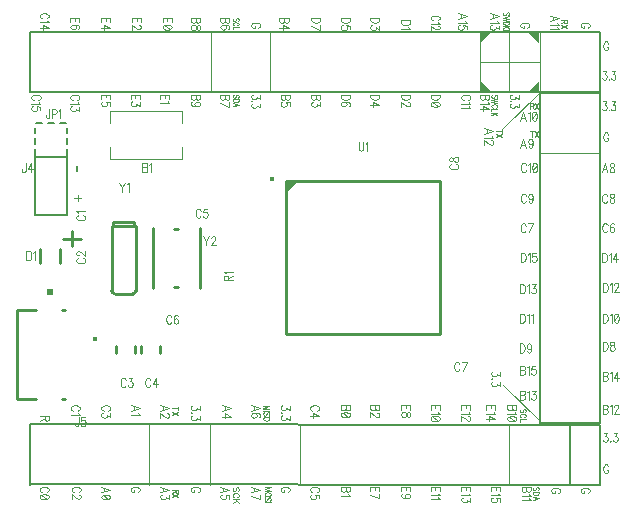
<source format=gbr>
G04 DipTrace 3.2.0.1*
G04 Âåðõíÿÿìàðêèðîâêà.gbr*
%MOMM*%
G04 #@! TF.FileFunction,Legend,Top*
G04 #@! TF.Part,Single*
%ADD10C,0.25*%
%ADD22C,0.1*%
%ADD23C,0.15*%
%ADD30O,0.60012X0.59973*%
%ADD35O,0.40052X0.40082*%
%ADD40C,0.4165*%
%ADD91C,0.11765*%
%ADD92C,0.07843*%
%ADD93C,0.27451*%
%ADD94C,0.15686*%
%FSLAX35Y35*%
G04*
G71*
G90*
G75*
G01*
G04 TopSilk*
%LPD*%
X1812033Y3924000D2*
D22*
X2421977D1*
X1812033Y4324000D2*
X2421977D1*
X1812033Y3924000D2*
Y4024000D1*
Y4324000D2*
Y4224000D1*
X2421977Y3924000D2*
Y4024000D1*
Y4324000D2*
Y4224000D1*
X1862080Y2333920D2*
D10*
Y2274080D1*
X2021920Y2333920D2*
Y2274080D1*
X2072080Y2333920D2*
Y2274080D1*
X2231920Y2333920D2*
Y2274080D1*
X1214986Y3040023D2*
Y3160025D1*
X1385014Y3040023D2*
Y3160025D1*
D30*
X1300000Y2794986D3*
X2141983Y1162026D2*
D22*
Y1669999D1*
X1131966Y1163001D2*
D23*
Y1671025D1*
X1131000Y1674000D2*
X5702150Y1671025D1*
X1131000Y1163975D2*
X5702150Y1163001D1*
X2660993Y1161000D2*
D22*
Y1669024D1*
X3420920Y1161000D2*
Y1669024D1*
X5190865Y1161000D2*
Y1669024D1*
X5959000Y1671025D2*
D23*
X5705047D1*
X5959000Y1163001D2*
Y1671025D1*
Y1163001D2*
X5705047D1*
Y1671025D1*
X5958000Y4475000D2*
X5450000D1*
X5958000Y1681000D2*
Y4475000D1*
X5450000Y1681000D2*
Y4475000D1*
X5958000Y1681000D2*
X5450000D1*
X5958000Y3970962D2*
D22*
X5450000D1*
X5192278Y4488018D2*
Y4996000D1*
X1131998Y4491021D2*
D23*
Y4992997D1*
X5956083Y4994015D1*
X1132963Y4490003D2*
X5957048D1*
X3161414Y4487000D2*
D22*
Y4994982D1*
X2662022Y4487000D2*
Y4994982D1*
X5450901Y4493973D2*
Y4987958D1*
X4941858Y4493006D2*
Y4988976D1*
X5957048Y4493973D2*
D23*
Y4992997D1*
X5450418Y4739006D2*
D22*
X4942340D1*
G36*
X4946200Y4986024D2*
Y4898985D1*
X5034981Y4988111D1*
X5028709Y4991724D1*
X4946200Y4986024D1*
G37*
G36*
X5444146Y4987551D2*
X5356812D1*
X5446076Y4898476D1*
Y4987551D1*
X5444146D1*
G37*
G36*
X4946200Y4497231D2*
X5033051D1*
X4944270Y4586306D1*
X4940410Y4580045D1*
X4946200Y4497231D1*
G37*
G36*
X5446076Y4496417D2*
Y4583405D1*
X5356812Y4494330D1*
X5363085Y4490665D1*
X5446076Y4496417D1*
G37*
X1448014Y3935007D2*
D23*
X1179987D1*
X1449000Y3444011D2*
Y3960992D1*
X1448014Y3443000D2*
X1175986D1*
X1175000Y3444011D2*
Y3960992D1*
Y3958036D2*
Y4006039D1*
Y4049996D2*
Y4097998D1*
Y4135965D2*
Y4183967D1*
X1233006Y4221000D2*
X1185001D1*
X1332988D2*
X1285011D1*
X1438013D2*
X1390008D1*
X1449000Y3958970D2*
Y4006972D1*
Y4051007D2*
Y4099010D1*
Y4136976D2*
Y4184979D1*
D35*
X1679474Y2393997D3*
X1426480Y2644044D2*
D10*
X1402476D1*
X1184468D2*
X1019500D1*
Y1883956D1*
X1184468D1*
X1426480D2*
X1402476D1*
X3301920Y3734080D2*
X4602080D1*
Y2433920D1*
X3301920D1*
Y3734080D1*
G36*
D2*
Y3643980D1*
Y3734080D1*
G37*
G36*
D2*
Y3633950D1*
X3402050Y3734080D1*
X3301920D1*
G37*
D40*
X3180965Y3747935D3*
X2013892Y3388881D2*
D10*
X1836104D1*
X1848818Y2779300D2*
G02X1823390Y2804689I14J25442D01*
G01*
X2026606D2*
G02X2001178Y2779300I-25442J53D01*
G01*
X1848818D1*
X1836104Y3388881D2*
Y3350797D1*
X1823390D2*
Y2804689D1*
X2013892Y3388881D2*
Y3350797D1*
X2026606D2*
X2013892D1*
X2026606D2*
Y2804689D1*
X1823390Y3350797D2*
X1836104D1*
X2013892D1*
X2352000Y3324019D2*
X2387040Y3323860D1*
X2172000Y3333983D2*
Y2824017D1*
X2352000Y2833981D2*
X2387040Y2834193D1*
X2572000Y3333983D2*
Y2824017D1*
X5450000Y1700000D2*
D22*
X5140000Y2010000D1*
X5702000Y1164000D2*
D23*
X5702120Y1669010D1*
X5450000Y4490000D2*
D22*
X5140000Y4180000D1*
X2084859Y3885592D2*
D91*
Y3809026D1*
X2111139D1*
X2119899Y3812732D1*
X2122797Y3816354D1*
X2125695Y3823598D1*
Y3834548D1*
X2122797Y3841876D1*
X2119899Y3845498D1*
X2111139Y3849120D1*
X2119899Y3852826D1*
X2122797Y3856448D1*
X2125695Y3863692D1*
Y3871020D1*
X2122797Y3878264D1*
X2119899Y3881970D1*
X2111139Y3885592D1*
X2084859D1*
Y3849120D2*
X2111139D1*
X2144518Y3870936D2*
X2150381Y3874642D1*
X2159141Y3885508D1*
Y3809026D1*
X1543602Y3444144D2*
X1536358Y3441246D1*
X1529030Y3435384D1*
X1525408Y3429589D1*
Y3417931D1*
X1529030Y3412069D1*
X1536358Y3406273D1*
X1543602Y3403309D1*
X1554552Y3400411D1*
X1572830D1*
X1583696Y3403309D1*
X1591024Y3406273D1*
X1598268Y3412069D1*
X1601974Y3417931D1*
Y3429588D1*
X1598268Y3435383D1*
X1591024Y3441246D1*
X1583696Y3444143D1*
X1540064Y3462967D2*
X1536358Y3468830D1*
X1525492Y3477590D1*
X1601974Y3477589D1*
X1543602Y3081037D2*
X1536358Y3078140D1*
X1529030Y3072277D1*
X1525408Y3066482D1*
Y3054825D1*
X1529030Y3048962D1*
X1536358Y3043167D1*
X1543602Y3040202D1*
X1554552Y3037305D1*
X1572830D1*
X1583696Y3040202D1*
X1591024Y3043167D1*
X1598268Y3048962D1*
X1601974Y3054825D1*
Y3066482D1*
X1598268Y3072277D1*
X1591024Y3078140D1*
X1583696Y3081037D1*
X1543686Y3102826D2*
X1540064D1*
X1532736Y3105723D1*
X1529114Y3108621D1*
X1525492Y3114483D1*
Y3126141D1*
X1529114Y3131936D1*
X1532736Y3134833D1*
X1540064Y3137798D1*
X1547308D1*
X1554636Y3134833D1*
X1565502Y3129038D1*
X1601974Y3099861D1*
Y3140696D1*
X1944037Y2047398D2*
X1941139Y2054642D1*
X1935277Y2061970D1*
X1929482Y2065592D1*
X1917824D1*
X1911962Y2061970D1*
X1906167Y2054642D1*
X1903202Y2047398D1*
X1900304Y2036448D1*
Y2018170D1*
X1903202Y2007304D1*
X1906167Y1999976D1*
X1911962Y1992732D1*
X1917824Y1989026D1*
X1929482D1*
X1935277Y1992732D1*
X1941139Y1999976D1*
X1944037Y2007304D1*
X1968723Y2065508D2*
X2000731D1*
X1983278Y2036364D1*
X1992038D1*
X1997833Y2032742D1*
X2000731Y2029120D1*
X2003696Y2018170D1*
Y2010926D1*
X2000731Y1999976D1*
X1994936Y1992648D1*
X1986176Y1989026D1*
X1977416D1*
X1968723Y1992648D1*
X1965825Y1996354D1*
X1962861Y2003598D1*
X2152588Y2047398D2*
X2149691Y2054642D1*
X2143828Y2061970D1*
X2138033Y2065592D1*
X2126376D1*
X2120513Y2061970D1*
X2114718Y2054642D1*
X2111753Y2047398D1*
X2108856Y2036448D1*
Y2018170D1*
X2111753Y2007304D1*
X2114718Y1999976D1*
X2120513Y1992732D1*
X2126376Y1989026D1*
X2138033D1*
X2143828Y1992732D1*
X2149691Y1999976D1*
X2152588Y2007304D1*
X2200589Y1989026D2*
Y2065508D1*
X2171412Y2014548D1*
X2215144D1*
X2579037Y3482398D2*
X2576139Y3489642D1*
X2570277Y3496970D1*
X2564482Y3500592D1*
X2552824D1*
X2546962Y3496970D1*
X2541167Y3489642D1*
X2538202Y3482398D1*
X2535304Y3471448D1*
Y3453170D1*
X2538202Y3442304D1*
X2541167Y3434976D1*
X2546962Y3427732D1*
X2552824Y3424026D1*
X2564482D1*
X2570277Y3427732D1*
X2576139Y3434976D1*
X2579037Y3442304D1*
X2632833Y3500508D2*
X2603723D1*
X2600825Y3467742D1*
X2603723Y3471364D1*
X2612483Y3475070D1*
X2621176D1*
X2629936Y3471364D1*
X2635798Y3464120D1*
X2638696Y3453170D1*
Y3445926D1*
X2635798Y3434976D1*
X2629936Y3427648D1*
X2621176Y3424026D1*
X2612483D1*
X2603723Y3427648D1*
X2600825Y3431354D1*
X2597861Y3438598D1*
X2330519Y2582398D2*
X2327622Y2589642D1*
X2321759Y2596970D1*
X2315964Y2600592D1*
X2304307D1*
X2298444Y2596970D1*
X2292649Y2589642D1*
X2289684Y2582398D1*
X2286787Y2571448D1*
Y2553170D1*
X2289684Y2542304D1*
X2292649Y2534976D1*
X2298444Y2527732D1*
X2304307Y2524026D1*
X2315964D1*
X2321759Y2527732D1*
X2327622Y2534976D1*
X2330519Y2542304D1*
X2384316Y2589642D2*
X2381418Y2596886D1*
X2372658Y2600508D1*
X2366863D1*
X2358103Y2596886D1*
X2352241Y2585936D1*
X2349343Y2567742D1*
Y2549548D1*
X2352241Y2534976D1*
X2358103Y2527648D1*
X2366863Y2524026D1*
X2369761D1*
X2378453Y2527648D1*
X2384316Y2534976D1*
X2387213Y2545926D1*
Y2549548D1*
X2384316Y2560498D1*
X2378453Y2567742D1*
X2369761Y2571364D1*
X2366863D1*
X2358103Y2567742D1*
X2352241Y2560498D1*
X2349343Y2549548D1*
X4769037Y2182398D2*
X4766139Y2189642D1*
X4760277Y2196970D1*
X4754482Y2200592D1*
X4742824D1*
X4736962Y2196970D1*
X4731167Y2189642D1*
X4728202Y2182398D1*
X4725304Y2171448D1*
Y2153170D1*
X4728202Y2142304D1*
X4731167Y2134976D1*
X4736962Y2127732D1*
X4742824Y2124026D1*
X4754482D1*
X4760277Y2127732D1*
X4766139Y2134976D1*
X4769037Y2142304D1*
X4799518Y2124026D2*
X4828696Y2200508D1*
X4787861D1*
X4701602Y3877071D2*
X4694358Y3874173D1*
X4687030Y3868311D1*
X4683408Y3862516D1*
Y3850858D1*
X4687030Y3844996D1*
X4694358Y3839201D1*
X4701602Y3836236D1*
X4712552Y3833338D1*
X4730830D1*
X4741696Y3836236D1*
X4749024Y3839201D1*
X4756268Y3844996D1*
X4759974Y3850858D1*
Y3862516D1*
X4756268Y3868311D1*
X4749024Y3874173D1*
X4741696Y3877071D1*
X4683492Y3910450D2*
X4687114Y3901757D1*
X4694358Y3898792D1*
X4701686D1*
X4708930Y3901757D1*
X4712636Y3907552D1*
X4716258Y3919209D1*
X4719880Y3927969D1*
X4727208Y3933764D1*
X4734452Y3936662D1*
X4745402D1*
X4752646Y3933764D1*
X4756352Y3930867D1*
X4759974Y3922107D1*
Y3910449D1*
X4756352Y3901757D1*
X4752646Y3898792D1*
X4745402Y3895894D1*
X4734452D1*
X4727208Y3898792D1*
X4719880Y3904654D1*
X4716258Y3913347D1*
X4712636Y3925005D1*
X4708930Y3930867D1*
X4701686Y3933765D1*
X4694358D1*
X4687114Y3930867D1*
X4683492Y3922107D1*
Y3910450D1*
X1102859Y3141592D2*
Y3065026D1*
X1123277D1*
X1132037Y3068732D1*
X1137899Y3075976D1*
X1140797Y3083304D1*
X1143695Y3094170D1*
Y3112448D1*
X1140797Y3123398D1*
X1137899Y3130642D1*
X1132037Y3137970D1*
X1123277Y3141592D1*
X1102859D1*
X1162518Y3126936D2*
X1168381Y3130642D1*
X1177141Y3141508D1*
Y3065026D1*
X1095311Y3882592D2*
Y3824304D1*
X1092413Y3813354D1*
X1089448Y3809732D1*
X1083653Y3806026D1*
X1077791D1*
X1071996Y3809732D1*
X1069098Y3813354D1*
X1066133Y3824304D1*
Y3831548D1*
X1143312Y3806026D2*
Y3882508D1*
X1114134Y3831548D1*
X1157867D1*
X1544259Y1735592D2*
Y1677304D1*
X1541362Y1666354D1*
X1538397Y1662732D1*
X1532602Y1659026D1*
X1526739D1*
X1520944Y1662732D1*
X1518047Y1666354D1*
X1515082Y1677304D1*
Y1684548D1*
X1598056Y1735508D2*
X1568945D1*
X1566048Y1702742D1*
X1568945Y1706364D1*
X1577705Y1710070D1*
X1586398D1*
X1595158Y1706364D1*
X1601021Y1699120D1*
X1603918Y1688170D1*
Y1680926D1*
X1601021Y1669976D1*
X1595158Y1662648D1*
X1586398Y1659026D1*
X1577705D1*
X1568945Y1662648D1*
X1566048Y1666354D1*
X1563083Y1673598D1*
X1298036Y4341594D2*
Y4283306D1*
X1295139Y4272356D1*
X1292174Y4268734D1*
X1286379Y4265028D1*
X1280516D1*
X1274721Y4268734D1*
X1271824Y4272356D1*
X1268859Y4283306D1*
Y4290550D1*
X1316860Y4301500D2*
X1343140D1*
X1351833Y4305122D1*
X1354798Y4308828D1*
X1357695Y4316072D1*
Y4327022D1*
X1354798Y4334266D1*
X1351833Y4337972D1*
X1343140Y4341594D1*
X1316860D1*
Y4265028D1*
X1376519Y4326937D2*
X1382381Y4330644D1*
X1391141Y4341509D1*
Y4265028D1*
X2811880Y2891860D2*
Y2918072D1*
X2808174Y2926832D1*
X2804552Y2929797D1*
X2797308Y2932695D1*
X2789980D1*
X2782736Y2929797D1*
X2779030Y2926832D1*
X2775408Y2918072D1*
Y2891860D1*
X2851974D1*
X2811880Y2912277D2*
X2851974Y2932695D1*
X2790064Y2951518D2*
X2786358Y2957381D1*
X2775492Y2966141D1*
X2851974D1*
X3914859Y4065592D2*
Y4010926D1*
X3917757Y3999976D1*
X3923619Y3992732D1*
X3932379Y3989026D1*
X3938175D1*
X3946935Y3992732D1*
X3952797Y3999976D1*
X3955695Y4010926D1*
Y4065592D1*
X3974518Y4050936D2*
X3980381Y4054642D1*
X3989141Y4065508D1*
Y3989026D1*
X1886962Y3720592D2*
X1910277Y3684120D1*
Y3644026D1*
X1933592Y3720592D2*
X1910277Y3684120D1*
X1952416Y3705936D2*
X1958278Y3709642D1*
X1967038Y3720508D1*
Y3644026D1*
X2598856Y3265592D2*
X2622171Y3229120D1*
Y3189026D1*
X2645486Y3265592D2*
X2622171Y3229120D1*
X2667274Y3247314D2*
Y3250936D1*
X2670172Y3258264D1*
X2673069Y3261886D1*
X2678932Y3265508D1*
X2690589D1*
X2696384Y3261886D1*
X2699282Y3258264D1*
X2702247Y3250936D1*
Y3243692D1*
X2699282Y3236364D1*
X2693487Y3225498D1*
X2664309Y3189026D1*
X2705144D1*
X5332067Y4016286D2*
X5308684Y4092852D1*
X5285369Y4016286D1*
X5294129Y4041808D2*
X5323307D1*
X5388828Y4067330D2*
X5385863Y4056380D1*
X5380068Y4049052D1*
X5371308Y4045430D1*
X5368410D1*
X5359650Y4049052D1*
X5353855Y4056380D1*
X5350890Y4067330D1*
Y4070952D1*
X5353855Y4081902D1*
X5359650Y4089145D1*
X5368410Y4092767D1*
X5371308D1*
X5380068Y4089145D1*
X5385863Y4081902D1*
X5388828Y4067330D1*
Y4049052D1*
X5385863Y4030858D1*
X5380068Y4019908D1*
X5371308Y4016286D1*
X5365513D1*
X5356753Y4019908D1*
X5353855Y4027236D1*
X4843764Y4419965D2*
X4851008Y4422862D1*
X4858336Y4428725D1*
X4861958Y4434520D1*
Y4446177D1*
X4858336Y4452040D1*
X4851008Y4457835D1*
X4843764Y4460800D1*
X4832814Y4463697D1*
X4814536D1*
X4803671Y4460800D1*
X4796342Y4457835D1*
X4789099Y4452040D1*
X4785392Y4446177D1*
Y4434520D1*
X4789099Y4428725D1*
X4796342Y4422862D1*
X4803670Y4419965D1*
X4847302Y4401141D2*
X4851008Y4395279D1*
X4861874Y4386519D1*
X4785392D1*
X4847302Y4367695D2*
X4851008Y4361833D1*
X4861874Y4353073D1*
X4785392D1*
X5332722Y3608281D2*
X5329824Y3615525D1*
X5323962Y3622853D1*
X5318167Y3626475D1*
X5306509D1*
X5300647Y3622853D1*
X5294851Y3615525D1*
X5291887Y3608281D1*
X5288989Y3597331D1*
Y3579053D1*
X5291887Y3568187D1*
X5294851Y3560859D1*
X5300647Y3553615D1*
X5306509Y3549909D1*
X5318167D1*
X5323962Y3553615D1*
X5329824Y3560859D1*
X5332722Y3568187D1*
X5389483Y3600953D2*
X5386518Y3590003D1*
X5380723Y3582675D1*
X5371963Y3579053D1*
X5369065D1*
X5360305Y3582675D1*
X5354510Y3590003D1*
X5351545Y3600953D1*
Y3604575D1*
X5354510Y3615525D1*
X5360305Y3622769D1*
X5369065Y3626391D1*
X5371963D1*
X5380723Y3622769D1*
X5386518Y3615525D1*
X5389483Y3600953D1*
Y3582675D1*
X5386518Y3564481D1*
X5380723Y3553531D1*
X5371963Y3549909D1*
X5366168D1*
X5357408Y3553531D1*
X5354510Y3560859D1*
X5330912Y3356471D2*
X5328014Y3363715D1*
X5322152Y3371043D1*
X5316357Y3374665D1*
X5304699D1*
X5298837Y3371043D1*
X5293041Y3363715D1*
X5290077Y3356471D1*
X5287179Y3345521D1*
Y3327243D1*
X5290077Y3316377D1*
X5293041Y3309049D1*
X5298837Y3301805D1*
X5304699Y3298099D1*
X5316357D1*
X5322152Y3301805D1*
X5328014Y3309049D1*
X5330912Y3316377D1*
X5361393Y3298099D2*
X5390570Y3374581D1*
X5349735D1*
X6020955Y3606511D2*
X6018057Y3613755D1*
X6012195Y3621083D1*
X6006400Y3624705D1*
X5994742D1*
X5988880Y3621083D1*
X5983085Y3613755D1*
X5980120Y3606511D1*
X5977222Y3595561D1*
Y3577283D1*
X5980120Y3566417D1*
X5983085Y3559089D1*
X5988880Y3551845D1*
X5994742Y3548139D1*
X6006400D1*
X6012195Y3551845D1*
X6018057Y3559089D1*
X6020955Y3566417D1*
X6054334Y3624621D2*
X6045641Y3620999D1*
X6042676Y3613755D1*
Y3606427D1*
X6045641Y3599183D1*
X6051436Y3595477D1*
X6063094Y3591855D1*
X6071854Y3588233D1*
X6077649Y3580905D1*
X6080546Y3573661D1*
Y3562711D1*
X6077649Y3555467D1*
X6074751Y3551761D1*
X6065991Y3548139D1*
X6054334D1*
X6045641Y3551761D1*
X6042676Y3555467D1*
X6039778Y3562711D1*
Y3573661D1*
X6042676Y3580905D1*
X6048538Y3588233D1*
X6057231Y3591855D1*
X6068889Y3595477D1*
X6074751Y3599183D1*
X6077649Y3606427D1*
Y3613755D1*
X6074751Y3620999D1*
X6065991Y3624621D1*
X6054334D1*
X5976276Y3123762D2*
Y3047196D1*
X5996693D1*
X6005453Y3050902D1*
X6011316Y3058146D1*
X6014213Y3065474D1*
X6017111Y3076340D1*
Y3094618D1*
X6014213Y3105568D1*
X6011316Y3112812D1*
X6005453Y3120140D1*
X5996693Y3123762D1*
X5976276D1*
X6035934Y3109105D2*
X6041797Y3112812D1*
X6050557Y3123677D1*
Y3047196D1*
X6098558D2*
Y3123677D1*
X6069380Y3072718D1*
X6113113D1*
X6022765Y3358324D2*
X6019867Y3365568D1*
X6014005Y3372896D1*
X6008210Y3376518D1*
X5996552D1*
X5990690Y3372896D1*
X5984895Y3365568D1*
X5981930Y3358324D1*
X5979032Y3347374D1*
Y3329096D1*
X5981930Y3318231D1*
X5984895Y3310903D1*
X5990690Y3303659D1*
X5996552Y3299953D1*
X6008210D1*
X6014005Y3303659D1*
X6019867Y3310903D1*
X6022765Y3318231D1*
X6076561Y3365568D2*
X6073664Y3372812D1*
X6064904Y3376434D1*
X6059108D1*
X6050348Y3372812D1*
X6044486Y3361862D1*
X6041588Y3343668D1*
Y3325474D1*
X6044486Y3310903D1*
X6050348Y3303574D1*
X6059108Y3299953D1*
X6062006D1*
X6070699Y3303574D1*
X6076561Y3310903D1*
X6079459Y3321853D1*
Y3325474D1*
X6076561Y3336424D1*
X6070699Y3343668D1*
X6062006Y3347290D1*
X6059108D1*
X6050348Y3343668D1*
X6044486Y3336424D1*
X6041588Y3325474D1*
X5371958Y1143697D2*
X5295393D1*
X5295392Y1117417D1*
X5299099Y1108657D1*
X5302720Y1105760D1*
X5309964Y1102862D1*
X5320914D1*
X5328242Y1105760D1*
X5331864Y1108657D1*
X5335486Y1117417D1*
X5339192Y1108657D1*
X5342814Y1105760D1*
X5350058Y1102862D1*
X5357386D1*
X5364630Y1105760D1*
X5368336Y1108657D1*
X5371958Y1117417D1*
Y1143697D1*
X5335486D2*
Y1117417D1*
X5357302Y1084039D2*
X5361008Y1078176D1*
X5371874Y1069416D1*
X5295392Y1069417D1*
X5357302Y1050593D2*
X5361008Y1044730D1*
X5371874Y1035970D1*
X5295392Y1035971D1*
X5282286Y1959772D2*
Y1883206D1*
X5308566D1*
X5317326Y1886912D1*
X5320223Y1890534D1*
X5323121Y1897778D1*
Y1908728D1*
X5320223Y1916056D1*
X5317326Y1919678D1*
X5308566Y1923300D1*
X5317326Y1927006D1*
X5320223Y1930628D1*
X5323121Y1937872D1*
Y1945200D1*
X5320223Y1952444D1*
X5317326Y1956150D1*
X5308566Y1959772D1*
X5282286D1*
Y1923300D2*
X5308566D1*
X5341944Y1945115D2*
X5347807Y1948822D1*
X5356567Y1959687D1*
Y1883206D1*
X5381253Y1959687D2*
X5413260D1*
X5395808Y1930544D1*
X5404568D1*
X5410363Y1926922D1*
X5413260Y1923300D1*
X5416225Y1912350D1*
Y1905106D1*
X5413260Y1894156D1*
X5407465Y1886828D1*
X5398705Y1883206D1*
X5389945D1*
X5381253Y1886828D1*
X5378355Y1890534D1*
X5375390Y1897778D1*
X5021958Y4463697D2*
X4945393D1*
X4945392Y4437417D1*
X4949099Y4428657D1*
X4952720Y4425760D1*
X4959964Y4422862D1*
X4970914D1*
X4978242Y4425760D1*
X4981864Y4428657D1*
X4985486Y4437417D1*
X4989192Y4428657D1*
X4992814Y4425760D1*
X5000058Y4422862D1*
X5007386D1*
X5014630Y4425760D1*
X5018336Y4428657D1*
X5021958Y4437417D1*
Y4463697D1*
X4985486D2*
Y4437417D1*
X5007302Y4404039D2*
X5011008Y4398176D1*
X5021874Y4389416D1*
X4945392Y4389417D1*
Y4341415D2*
X5021874D1*
X4970914Y4370593D1*
Y4326860D1*
X5282286Y2169772D2*
Y2093206D1*
X5308566D1*
X5317326Y2096912D1*
X5320223Y2100534D1*
X5323121Y2107778D1*
Y2118728D1*
X5320223Y2126056D1*
X5317326Y2129678D1*
X5308566Y2133300D1*
X5317326Y2137006D1*
X5320223Y2140628D1*
X5323121Y2147872D1*
Y2155200D1*
X5320223Y2162444D1*
X5317326Y2166150D1*
X5308566Y2169772D1*
X5282286D1*
Y2133300D2*
X5308566D1*
X5341944Y2155115D2*
X5347807Y2158822D1*
X5356567Y2169687D1*
Y2093206D1*
X5410363Y2169687D2*
X5381253D1*
X5378355Y2136922D1*
X5381253Y2140544D1*
X5390013Y2144250D1*
X5398705D1*
X5407465Y2140544D1*
X5413328Y2133300D1*
X5416225Y2122350D1*
Y2115106D1*
X5413328Y2104156D1*
X5407465Y2096828D1*
X5398705Y2093206D1*
X5390013D1*
X5381253Y2096828D1*
X5378355Y2100534D1*
X5375390Y2107778D1*
X5280456Y2357945D2*
Y2281379D1*
X5300873D1*
X5309633Y2285085D1*
X5315496Y2292329D1*
X5318393Y2299657D1*
X5321291Y2310523D1*
Y2328801D1*
X5318393Y2339751D1*
X5315496Y2346995D1*
X5309633Y2354323D1*
X5300873Y2357945D1*
X5280456D1*
X5378052Y2332423D2*
X5375087Y2321473D1*
X5369292Y2314145D1*
X5360532Y2310523D1*
X5357634D1*
X5348874Y2314145D1*
X5343079Y2321473D1*
X5340114Y2332423D1*
Y2336045D1*
X5343079Y2346995D1*
X5348874Y2354239D1*
X5357634Y2357861D1*
X5360532D1*
X5369292Y2354239D1*
X5375087Y2346995D1*
X5378052Y2332423D1*
Y2314145D1*
X5375087Y2295951D1*
X5369292Y2285001D1*
X5360532Y2281379D1*
X5354737D1*
X5345977Y2285001D1*
X5343079Y2292329D1*
X6022067Y3806286D2*
X5998684Y3882852D1*
X5975369Y3806286D1*
X5984129Y3831808D2*
X6013307D1*
X6055445Y3882767D2*
X6046753Y3879145D1*
X6043788Y3871902D1*
Y3864574D1*
X6046753Y3857330D1*
X6052548Y3853624D1*
X6064205Y3850002D1*
X6072965Y3846380D1*
X6078760Y3839052D1*
X6081658Y3831808D1*
Y3820858D1*
X6078760Y3813614D1*
X6075863Y3809908D1*
X6067103Y3806286D1*
X6055445D1*
X6046753Y3809908D1*
X6043788Y3813614D1*
X6040890Y3820858D1*
Y3831808D1*
X6043788Y3839052D1*
X6049650Y3846380D1*
X6058343Y3850002D1*
X6070000Y3853624D1*
X6075863Y3857330D1*
X6078760Y3864574D1*
Y3871902D1*
X6075863Y3879145D1*
X6067103Y3882767D1*
X6055445D1*
X5027589Y5107420D2*
X5104155Y5130802D1*
X5027589Y5154117D1*
X5053111Y5145357D2*
Y5116180D1*
X5089499Y5088596D2*
X5093205Y5082734D1*
X5104071Y5073974D1*
X5027589D1*
X5104071Y5049288D2*
Y5017280D1*
X5074927Y5034733D1*
Y5025973D1*
X5071305Y5020178D1*
X5067683Y5017280D1*
X5056733Y5014315D1*
X5049489D1*
X5038539Y5017280D1*
X5031211Y5023075D1*
X5027589Y5031835D1*
Y5040595D1*
X5031211Y5049288D1*
X5034917Y5052186D1*
X5042161Y5055151D1*
X5535392Y5087000D2*
X5611958Y5110382D1*
X5535393Y5133697D1*
X5560914Y5124937D2*
Y5095760D1*
X5597302Y5068176D2*
X5601008Y5062314D1*
X5611874Y5053554D1*
X5535392D1*
X5597302Y5034730D2*
X5601008Y5028868D1*
X5611874Y5020108D1*
X5535392D1*
X5331120Y4245343D2*
X5307737Y4321908D1*
X5284422Y4245343D1*
X5293182Y4270864D2*
X5322360D1*
X5349943Y4307252D2*
X5355806Y4310958D1*
X5364566Y4321824D1*
Y4245343D1*
X5400909Y4321824D2*
X5392149Y4318202D1*
X5386287Y4307252D1*
X5383389Y4289058D1*
Y4278108D1*
X5386287Y4259914D1*
X5392149Y4248964D1*
X5400909Y4245343D1*
X5406704D1*
X5415464Y4248964D1*
X5421260Y4259914D1*
X5424224Y4278108D1*
Y4289058D1*
X5421260Y4307252D1*
X5415464Y4318202D1*
X5406704Y4321824D1*
X5400909D1*
X5421260Y4307252D2*
X5386287Y4259914D1*
X4755392Y5107000D2*
X4831958Y5130382D1*
X4755393Y5153697D1*
X4780914Y5144937D2*
Y5115760D1*
X4817302Y5088176D2*
X4821008Y5082314D1*
X4831874Y5073554D1*
X4755392D1*
X4831874Y5019758D2*
Y5048868D1*
X4799108Y5051766D1*
X4802730Y5048868D1*
X4806436Y5040108D1*
Y5031415D1*
X4802730Y5022655D1*
X4795486Y5016793D1*
X4784536Y5013895D1*
X4777292D1*
X4766342Y5016793D1*
X4759014Y5022655D1*
X4755392Y5031415D1*
Y5040108D1*
X4759014Y5048868D1*
X4762720Y5051766D1*
X4769964Y5054731D1*
X4351958Y5093697D2*
X4275393D1*
X4275392Y5073280D1*
X4279099Y5064520D1*
X4286342Y5058657D1*
X4293670Y5055760D1*
X4304536Y5052862D1*
X4322814D1*
X4333764Y5055760D1*
X4341008Y5058657D1*
X4348336Y5064520D1*
X4351958Y5073280D1*
Y5093697D1*
X4337302Y5034039D2*
X4341008Y5028176D1*
X4351874Y5019416D1*
X4275392Y5019417D1*
X1533764Y4419965D2*
X1541008Y4422862D1*
X1548336Y4428725D1*
X1551958Y4434520D1*
Y4446177D1*
X1548336Y4452040D1*
X1541008Y4457835D1*
X1533764Y4460800D1*
X1522814Y4463697D1*
X1504536D1*
X1493671Y4460800D1*
X1486342Y4457835D1*
X1479099Y4452040D1*
X1475392Y4446177D1*
Y4434520D1*
X1479099Y4428725D1*
X1486342Y4422862D1*
X1493670Y4419965D1*
X1537302Y4401141D2*
X1541008Y4395279D1*
X1551874Y4386519D1*
X1475392D1*
X1551874Y4361833D2*
Y4329825D1*
X1522730Y4347278D1*
Y4338518D1*
X1519108Y4332723D1*
X1515486Y4329825D1*
X1504536Y4326860D1*
X1497292D1*
X1486342Y4329825D1*
X1479014Y4335620D1*
X1475392Y4344380D1*
Y4353140D1*
X1479014Y4361833D1*
X1482720Y4364731D1*
X1489964Y4367695D1*
X4583764Y5095431D2*
X4591008Y5097967D1*
X4598336Y5103096D1*
X4601958Y5108167D1*
Y5118367D1*
X4598336Y5123497D1*
X4591008Y5128568D1*
X4583764Y5131162D1*
X4572814Y5133697D1*
X4554536D1*
X4543671Y5131162D1*
X4536342Y5128568D1*
X4529099Y5123497D1*
X4525392Y5118367D1*
Y5108167D1*
X4529099Y5103096D1*
X4536342Y5097967D1*
X4543670Y5095431D1*
X4587302Y5078961D2*
X4591008Y5073831D1*
X4601874Y5066166D1*
X4525392D1*
X4583680Y5047101D2*
X4587302D1*
X4594630Y5044566D1*
X4598252Y5042031D1*
X4601874Y5036901D1*
Y5026701D1*
X4598252Y5021630D1*
X4594630Y5019095D1*
X4587302Y5016500D1*
X4580058D1*
X4572730Y5019095D1*
X4561864Y5024165D1*
X4525392Y5049696D1*
Y5013965D1*
X4601958Y4463697D2*
X4525393D1*
X4525392Y4443280D1*
X4529099Y4434520D1*
X4536342Y4428657D1*
X4543670Y4425760D1*
X4554536Y4422862D1*
X4572814D1*
X4583764Y4425760D1*
X4591008Y4428657D1*
X4598336Y4434520D1*
X4601958Y4443280D1*
Y4463697D1*
X4601874Y4386519D2*
X4598252Y4395279D1*
X4587302Y4401141D1*
X4569108Y4404039D1*
X4558158D1*
X4539964Y4401141D1*
X4529014Y4395279D1*
X4525392Y4386519D1*
Y4380724D1*
X4529014Y4371964D1*
X4539964Y4366169D1*
X4558158Y4363204D1*
X4569108D1*
X4587302Y4366169D1*
X4598252Y4371964D1*
X4601874Y4380724D1*
Y4386519D1*
X4587302Y4366169D2*
X4539964Y4401141D1*
X3841958Y5113697D2*
X3765393D1*
X3765392Y5093280D1*
X3769099Y5084520D1*
X3776342Y5078657D1*
X3783670Y5075760D1*
X3794536Y5072862D1*
X3812814D1*
X3823764Y5075760D1*
X3831008Y5078657D1*
X3838336Y5084520D1*
X3841958Y5093280D1*
Y5113697D1*
X3841874Y5019066D2*
Y5048176D1*
X3809108Y5051074D1*
X3812730Y5048176D1*
X3816436Y5039416D1*
Y5030724D1*
X3812730Y5021964D1*
X3805486Y5016101D1*
X3794536Y5013204D1*
X3787292D1*
X3776342Y5016101D1*
X3769014Y5021964D1*
X3765392Y5030724D1*
Y5039417D1*
X3769014Y5048177D1*
X3772720Y5051074D1*
X3779964Y5054039D1*
X4351958Y4463697D2*
X4275393D1*
X4275392Y4443280D1*
X4279099Y4434520D1*
X4286342Y4428657D1*
X4293670Y4425760D1*
X4304536Y4422862D1*
X4322814D1*
X4333764Y4425760D1*
X4341008Y4428657D1*
X4348336Y4434520D1*
X4351958Y4443280D1*
Y4463697D1*
X4333680Y4401074D2*
X4337302D1*
X4344630Y4398176D1*
X4348252Y4395279D1*
X4351874Y4389416D1*
Y4377759D1*
X4348252Y4371964D1*
X4344630Y4369066D1*
X4337302Y4366101D1*
X4330058D1*
X4322730Y4369066D1*
X4311864Y4374861D1*
X4275392Y4404039D1*
Y4363204D1*
X3841958Y4463697D2*
X3765393D1*
X3765392Y4443280D1*
X3769099Y4434520D1*
X3776342Y4428657D1*
X3783670Y4425760D1*
X3794536Y4422862D1*
X3812814D1*
X3823764Y4425760D1*
X3831008Y4428657D1*
X3838336Y4434520D1*
X3841958Y4443280D1*
Y4463697D1*
X3831008Y4369066D2*
X3838252Y4371964D1*
X3841874Y4380724D1*
Y4386519D1*
X3838252Y4395279D1*
X3827302Y4401141D1*
X3809108Y4404039D1*
X3790914D1*
X3776342Y4401141D1*
X3769014Y4395279D1*
X3765392Y4386519D1*
Y4383621D1*
X3769014Y4374929D1*
X3776342Y4369066D1*
X3787292Y4366169D1*
X3790914D1*
X3801864Y4369066D1*
X3809108Y4374929D1*
X3812730Y4383621D1*
Y4386519D1*
X3809108Y4395279D1*
X3801864Y4401141D1*
X3790914Y4404039D1*
X4091958Y4463697D2*
X4015393D1*
X4015392Y4443280D1*
X4019099Y4434520D1*
X4026342Y4428657D1*
X4033670Y4425760D1*
X4044536Y4422862D1*
X4062814D1*
X4073764Y4425760D1*
X4081008Y4428657D1*
X4088336Y4434520D1*
X4091958Y4443280D1*
Y4463697D1*
X4015392Y4374861D2*
X4091874D1*
X4040914Y4404039D1*
Y4360306D1*
X4091958Y5113697D2*
X4015393D1*
X4015392Y5093280D1*
X4019099Y5084520D1*
X4026342Y5078657D1*
X4033670Y5075760D1*
X4044536Y5072862D1*
X4062814D1*
X4073764Y5075760D1*
X4081008Y5078657D1*
X4088336Y5084520D1*
X4091958Y5093280D1*
Y5113697D1*
X4091874Y5048176D2*
Y5016169D1*
X4062730Y5033621D1*
Y5024861D1*
X4059108Y5019066D1*
X4055486Y5016169D1*
X4044536Y5013204D1*
X4037292D1*
X4026342Y5016169D1*
X4019014Y5021964D1*
X4015392Y5030724D1*
Y5039484D1*
X4019014Y5048177D1*
X4022720Y5051074D1*
X4029964Y5054039D1*
X3591958Y5113697D2*
X3515393D1*
X3515392Y5093280D1*
X3519099Y5084520D1*
X3526342Y5078657D1*
X3533670Y5075760D1*
X3544536Y5072862D1*
X3562814D1*
X3573764Y5075760D1*
X3581008Y5078657D1*
X3588336Y5084520D1*
X3591958Y5093280D1*
Y5113697D1*
X3515392Y5042381D2*
X3591874Y5013204D1*
Y5054039D1*
X2331958Y5075827D2*
Y5113697D1*
X2255393D1*
X2255392Y5075827D1*
X2295486Y5113697D2*
Y5090382D1*
X2331874Y5039484D2*
X2328252Y5048244D1*
X2317302Y5054106D1*
X2299108Y5057004D1*
X2288158D1*
X2269964Y5054106D1*
X2259014Y5048244D1*
X2255392Y5039484D1*
Y5033689D1*
X2259014Y5024929D1*
X2269964Y5019134D1*
X2288158Y5016169D1*
X2299108D1*
X2317302Y5019134D1*
X2328252Y5024929D1*
X2331874Y5033689D1*
Y5039484D1*
X2317302Y5019134D2*
X2269964Y5054106D1*
X3321958Y5113697D2*
X3245393D1*
X3245392Y5087417D1*
X3249099Y5078657D1*
X3252720Y5075760D1*
X3259964Y5072862D1*
X3270914D1*
X3278242Y5075760D1*
X3281864Y5078657D1*
X3285486Y5087417D1*
X3289192Y5078657D1*
X3292814Y5075760D1*
X3300058Y5072862D1*
X3307386D1*
X3314630Y5075760D1*
X3318336Y5078657D1*
X3321958Y5087417D1*
Y5113697D1*
X3285486D2*
Y5087417D1*
X3245392Y5024861D2*
X3321874D1*
X3270914Y5054039D1*
Y5010306D1*
X2821958Y5113697D2*
X2745393D1*
X2745392Y5087417D1*
X2749099Y5078657D1*
X2752720Y5075760D1*
X2759964Y5072862D1*
X2770914D1*
X2778242Y5075760D1*
X2781864Y5078657D1*
X2785486Y5087417D1*
X2789192Y5078657D1*
X2792814Y5075760D1*
X2800058Y5072862D1*
X2807386D1*
X2814630Y5075760D1*
X2818336Y5078657D1*
X2821958Y5087417D1*
Y5113697D1*
X2785486D2*
Y5087417D1*
X2811008Y5019066D2*
X2818252Y5021964D1*
X2821874Y5030724D1*
Y5036519D1*
X2818252Y5045279D1*
X2807302Y5051141D1*
X2789108Y5054039D1*
X2770914D1*
X2756342Y5051141D1*
X2749014Y5045279D1*
X2745392Y5036519D1*
Y5033621D1*
X2749014Y5024929D1*
X2756342Y5019066D1*
X2767292Y5016169D1*
X2770914D1*
X2781864Y5019066D1*
X2789108Y5024929D1*
X2792730Y5033621D1*
Y5036519D1*
X2789108Y5045279D1*
X2781864Y5051141D1*
X2770914Y5054039D1*
X2821958Y4463697D2*
X2745393D1*
X2745392Y4437417D1*
X2749099Y4428657D1*
X2752720Y4425760D1*
X2759964Y4422862D1*
X2770914D1*
X2778242Y4425760D1*
X2781864Y4428657D1*
X2785486Y4437417D1*
X2789192Y4428657D1*
X2792814Y4425760D1*
X2800058Y4422862D1*
X2807386D1*
X2814630Y4425760D1*
X2818336Y4428657D1*
X2821958Y4437417D1*
Y4463697D1*
X2785486D2*
Y4437417D1*
X2745392Y4392381D2*
X2821874Y4363204D1*
Y4404039D1*
X3331958Y4463697D2*
X3255393D1*
X3255392Y4437417D1*
X3259099Y4428657D1*
X3262720Y4425760D1*
X3269964Y4422862D1*
X3280914D1*
X3288242Y4425760D1*
X3291864Y4428657D1*
X3295486Y4437417D1*
X3299192Y4428657D1*
X3302814Y4425760D1*
X3310058Y4422862D1*
X3317386D1*
X3324630Y4425760D1*
X3328336Y4428657D1*
X3331958Y4437417D1*
Y4463697D1*
X3295486D2*
Y4437417D1*
X3331874Y4369066D2*
Y4398176D1*
X3299108Y4401074D1*
X3302730Y4398176D1*
X3306436Y4389416D1*
Y4380724D1*
X3302730Y4371964D1*
X3295486Y4366101D1*
X3284536Y4363204D1*
X3277292D1*
X3266342Y4366101D1*
X3259014Y4371964D1*
X3255392Y4380724D1*
Y4389417D1*
X3259014Y4398177D1*
X3262720Y4401074D1*
X3269964Y4404039D1*
X3591958Y4463697D2*
X3515393D1*
X3515392Y4437417D1*
X3519099Y4428657D1*
X3522720Y4425760D1*
X3529964Y4422862D1*
X3540914D1*
X3548242Y4425760D1*
X3551864Y4428657D1*
X3555486Y4437417D1*
X3559192Y4428657D1*
X3562814Y4425760D1*
X3570058Y4422862D1*
X3577386D1*
X3584630Y4425760D1*
X3588336Y4428657D1*
X3591958Y4437417D1*
Y4463697D1*
X3555486D2*
Y4437417D1*
X3591874Y4398176D2*
Y4366169D1*
X3562730Y4383621D1*
Y4374861D1*
X3559108Y4369066D1*
X3555486Y4366169D1*
X3544536Y4363204D1*
X3537292D1*
X3526342Y4366169D1*
X3519014Y4371964D1*
X3515392Y4380724D1*
Y4389484D1*
X3519014Y4398177D1*
X3522720Y4401074D1*
X3529964Y4404039D1*
X2571958Y5113697D2*
X2495393D1*
X2495392Y5087417D1*
X2499099Y5078657D1*
X2502720Y5075760D1*
X2509964Y5072862D1*
X2520914D1*
X2528242Y5075760D1*
X2531864Y5078657D1*
X2535486Y5087417D1*
X2539192Y5078657D1*
X2542814Y5075760D1*
X2550058Y5072862D1*
X2557386D1*
X2564630Y5075760D1*
X2568336Y5078657D1*
X2571958Y5087417D1*
Y5113697D1*
X2535486D2*
Y5087417D1*
X2571874Y5039484D2*
X2568252Y5048176D1*
X2561008Y5051141D1*
X2553680D1*
X2546436Y5048176D1*
X2542730Y5042381D1*
X2539108Y5030724D1*
X2535486Y5021964D1*
X2528158Y5016169D1*
X2520914Y5013271D1*
X2509964D1*
X2502720Y5016169D1*
X2499014Y5019066D1*
X2495392Y5027826D1*
Y5039484D1*
X2499014Y5048177D1*
X2502720Y5051141D1*
X2509964Y5054039D1*
X2520914D1*
X2528158Y5051141D1*
X2535486Y5045279D1*
X2539108Y5036586D1*
X2542730Y5024929D1*
X2546436Y5019066D1*
X2553680Y5016169D1*
X2561008D1*
X2568252Y5019066D1*
X2571874Y5027826D1*
Y5039484D1*
X2571958Y4463697D2*
X2495393D1*
X2495392Y4437417D1*
X2499099Y4428657D1*
X2502720Y4425760D1*
X2509964Y4422862D1*
X2520914D1*
X2528242Y4425760D1*
X2531864Y4428657D1*
X2535486Y4437417D1*
X2539192Y4428657D1*
X2542814Y4425760D1*
X2550058Y4422862D1*
X2557386D1*
X2564630Y4425760D1*
X2568336Y4428657D1*
X2571958Y4437417D1*
Y4463697D1*
X2535486D2*
Y4437417D1*
X2546436Y4366101D2*
X2535486Y4369066D1*
X2528158Y4374861D1*
X2524536Y4383621D1*
Y4386519D1*
X2528158Y4395279D1*
X2535486Y4401074D1*
X2546436Y4404039D1*
X2550058D1*
X2561008Y4401074D1*
X2568252Y4395279D1*
X2571874Y4386519D1*
Y4383621D1*
X2568252Y4374861D1*
X2561008Y4369066D1*
X2546436Y4366101D1*
X2528158D1*
X2509964Y4369066D1*
X2499014Y4374861D1*
X2495392Y4383621D1*
Y4389417D1*
X2499014Y4398177D1*
X2506342Y4401074D1*
X2311958Y4425827D2*
Y4463697D1*
X2235393D1*
X2235392Y4425827D1*
X2275486Y4463697D2*
Y4440382D1*
X2297302Y4407004D2*
X2301008Y4401141D1*
X2311874Y4392381D1*
X2235392D1*
X1811958Y5075827D2*
Y5113697D1*
X1735393D1*
X1735392Y5075827D1*
X1775486Y5113697D2*
Y5090382D1*
X1735392Y5027826D2*
X1811874D1*
X1760914Y5057004D1*
Y5013271D1*
X2071958Y5075827D2*
Y5113697D1*
X1995393D1*
X1995392Y5075827D1*
X2035486Y5113697D2*
Y5090382D1*
X2053680Y5054039D2*
X2057302D1*
X2064630Y5051141D1*
X2068252Y5048244D1*
X2071874Y5042381D1*
Y5030724D1*
X2068252Y5024929D1*
X2064630Y5022031D1*
X2057302Y5019066D1*
X2050058D1*
X2042730Y5022031D1*
X2031864Y5027826D1*
X1995392Y5057004D1*
Y5016169D1*
X1811958Y4426247D2*
Y4464117D1*
X1735393D1*
X1735392Y4426247D1*
X1775486Y4464117D2*
Y4440802D1*
X1811874Y4372451D2*
Y4401561D1*
X1779108Y4404459D1*
X1782730Y4401561D1*
X1786436Y4392801D1*
Y4384109D1*
X1782730Y4375349D1*
X1775486Y4369486D1*
X1764536Y4366589D1*
X1757292D1*
X1746342Y4369486D1*
X1739014Y4375349D1*
X1735392Y4384109D1*
Y4392801D1*
X1739014Y4401561D1*
X1742720Y4404459D1*
X1749964Y4407424D1*
X2061958Y4425827D2*
Y4463697D1*
X1985393D1*
X1985392Y4425827D1*
X2025486Y4463697D2*
Y4440382D1*
X2061874Y4401141D2*
Y4369134D1*
X2032730Y4386586D1*
Y4377826D1*
X2029108Y4372031D1*
X2025486Y4369134D1*
X2014536Y4366169D1*
X2007292D1*
X1996342Y4369134D1*
X1989014Y4374929D1*
X1985392Y4383689D1*
Y4392449D1*
X1989014Y4401141D1*
X1992720Y4404039D1*
X1999964Y4407004D1*
X1551958Y5076247D2*
Y5114117D1*
X1475393D1*
X1475392Y5076247D1*
X1515486Y5114117D2*
Y5090802D1*
X1541008Y5022451D2*
X1548252Y5025349D1*
X1551874Y5034109D1*
Y5039904D1*
X1548252Y5048664D1*
X1537302Y5054526D1*
X1519108Y5057424D1*
X1500914D1*
X1486342Y5054526D1*
X1479014Y5048664D1*
X1475392Y5039904D1*
Y5037006D1*
X1479014Y5028314D1*
X1486342Y5022451D1*
X1497292Y5019554D1*
X1500914D1*
X1511864Y5022451D1*
X1519108Y5028314D1*
X1522730Y5037006D1*
Y5039904D1*
X1519108Y5048664D1*
X1511864Y5054526D1*
X1500914Y5057424D1*
X3063764Y5030385D2*
X3071008Y5033282D1*
X3078336Y5039145D1*
X3081958Y5044940D1*
Y5056597D1*
X3078336Y5062460D1*
X3071008Y5068255D1*
X3063764Y5071220D1*
X3052814Y5074117D1*
X3034536D1*
X3023671Y5071220D1*
X3016342Y5068255D1*
X3009099Y5062460D1*
X3005392Y5056597D1*
Y5044940D1*
X3009099Y5039145D1*
X3016342Y5033282D1*
X3023670Y5030385D1*
X3034536D1*
Y5044940D1*
X3081874Y4458988D2*
Y4430981D1*
X3052730Y4446252D1*
Y4438587D1*
X3049108Y4433516D1*
X3045486Y4430981D1*
X3034536Y4428387D1*
X3027292D1*
X3016342Y4430981D1*
X3009014Y4436052D1*
X3005392Y4443717D1*
Y4451382D1*
X3009014Y4458988D1*
X3012721Y4461523D1*
X3019964Y4464117D1*
X3012720Y4409381D2*
X3009014Y4411916D1*
X3005392Y4409381D1*
X3009014Y4406787D1*
X3012720Y4409381D1*
X3081874Y4385186D2*
Y4357180D1*
X3052730Y4372451D1*
Y4364786D1*
X3049108Y4359715D1*
X3045486Y4357180D1*
X3034536Y4354585D1*
X3027292D1*
X3016342Y4357180D1*
X3009014Y4362250D1*
X3005392Y4369915D1*
Y4377580D1*
X3009014Y4385186D1*
X3012720Y4387722D1*
X3019964Y4390316D1*
X5343764Y5030385D2*
X5351008Y5033282D1*
X5358336Y5039145D1*
X5361958Y5044940D1*
Y5056597D1*
X5358336Y5062460D1*
X5351008Y5068255D1*
X5343764Y5071220D1*
X5332814Y5074117D1*
X5314536D1*
X5303671Y5071220D1*
X5296342Y5068255D1*
X5289099Y5062460D1*
X5285392Y5056597D1*
Y5044940D1*
X5289099Y5039145D1*
X5296342Y5033282D1*
X5303670Y5030385D1*
X5314536D1*
Y5044940D1*
X5271874Y4458988D2*
Y4430981D1*
X5242730Y4446252D1*
Y4438587D1*
X5239108Y4433516D1*
X5235486Y4430981D1*
X5224536Y4428387D1*
X5217292D1*
X5206342Y4430981D1*
X5199014Y4436052D1*
X5195392Y4443717D1*
Y4451382D1*
X5199014Y4458988D1*
X5202721Y4461523D1*
X5209964Y4464117D1*
X5202720Y4409381D2*
X5199014Y4411916D1*
X5195392Y4409381D1*
X5199014Y4406787D1*
X5202720Y4409381D1*
X5271874Y4385186D2*
Y4357180D1*
X5242730Y4372451D1*
Y4364786D1*
X5239108Y4359715D1*
X5235486Y4357180D1*
X5224536Y4354585D1*
X5217292D1*
X5206342Y4357180D1*
X5199014Y4362250D1*
X5195392Y4369915D1*
Y4377580D1*
X5199014Y4385186D1*
X5202720Y4387722D1*
X5209964Y4390316D1*
X5985069Y4667761D2*
X6013075D1*
X5997804Y4638617D1*
X6005469D1*
X6010540Y4634995D1*
X6013075Y4631373D1*
X6015670Y4620423D1*
Y4613179D1*
X6013075Y4602229D1*
X6008005Y4594901D1*
X6000340Y4591279D1*
X5992675D1*
X5985069Y4594901D1*
X5982533Y4598607D1*
X5979939Y4605851D1*
X6034676Y4598607D2*
X6032140Y4594901D1*
X6034676Y4591279D1*
X6037270Y4594901D1*
X6034676Y4598607D1*
X6058870Y4667761D2*
X6086877D1*
X6071606Y4638617D1*
X6079271D1*
X6084342Y4634995D1*
X6086877Y4631373D1*
X6089471Y4620423D1*
Y4613179D1*
X6086877Y4602229D1*
X6081806Y4594901D1*
X6074141Y4591279D1*
X6066476D1*
X6058870Y4594901D1*
X6056335Y4598607D1*
X6053741Y4605851D1*
X5288086Y3125572D2*
Y3049006D1*
X5308503D1*
X5317263Y3052712D1*
X5323126Y3059956D1*
X5326023Y3067284D1*
X5328921Y3078150D1*
Y3096428D1*
X5326023Y3107378D1*
X5323126Y3114622D1*
X5317263Y3121950D1*
X5308503Y3125572D1*
X5288086D1*
X5347744Y3110915D2*
X5353607Y3114622D1*
X5362367Y3125487D1*
Y3049006D1*
X5416163Y3125487D2*
X5387053D1*
X5384155Y3092722D1*
X5387053Y3096344D1*
X5395813Y3100050D1*
X5404505D1*
X5413265Y3096344D1*
X5419128Y3089100D1*
X5422025Y3078150D1*
Y3070906D1*
X5419128Y3059956D1*
X5413265Y3052628D1*
X5404505Y3049006D1*
X5395813D1*
X5387053Y3052628D1*
X5384155Y3056334D1*
X5381190Y3063578D1*
X5982286Y2609772D2*
Y2533206D1*
X6002703D1*
X6011463Y2536912D1*
X6017326Y2544156D1*
X6020223Y2551484D1*
X6023121Y2562350D1*
Y2580628D1*
X6020223Y2591578D1*
X6017326Y2598822D1*
X6011463Y2606150D1*
X6002703Y2609772D1*
X5982286D1*
X6041944Y2595115D2*
X6047807Y2598822D1*
X6056567Y2609687D1*
Y2533206D1*
X6092910Y2609687D2*
X6084150Y2606065D1*
X6078288Y2595115D1*
X6075390Y2576922D1*
Y2565972D1*
X6078288Y2547778D1*
X6084150Y2536828D1*
X6092910Y2533206D1*
X6098705D1*
X6107465Y2536828D1*
X6113260Y2547778D1*
X6116225Y2565972D1*
Y2576922D1*
X6113260Y2595115D1*
X6107465Y2606065D1*
X6098705Y2609687D1*
X6092910D1*
X6113260Y2595115D2*
X6078288Y2547778D1*
X5251958Y1833697D2*
X5175393D1*
X5175392Y1807417D1*
X5179099Y1798657D1*
X5182720Y1795760D1*
X5189964Y1792862D1*
X5200914D1*
X5208242Y1795760D1*
X5211864Y1798657D1*
X5215486Y1807417D1*
X5219192Y1798657D1*
X5222814Y1795760D1*
X5230058Y1792862D1*
X5237386D1*
X5244630Y1795760D1*
X5248336Y1798657D1*
X5251958Y1807417D1*
Y1833697D1*
X5215486D2*
Y1807417D1*
X5237302Y1774039D2*
X5241008Y1768176D1*
X5251874Y1759416D1*
X5175392Y1759417D1*
X5251874Y1723073D2*
X5248252Y1731833D1*
X5237302Y1737695D1*
X5219108Y1740593D1*
X5208158D1*
X5189964Y1737695D1*
X5179014Y1731833D1*
X5175392Y1723073D1*
Y1717278D1*
X5179014Y1708518D1*
X5189964Y1702723D1*
X5208158Y1699758D1*
X5219108D1*
X5237302Y1702723D1*
X5248252Y1708518D1*
X5251874Y1717278D1*
Y1723073D1*
X5237302Y1702723D2*
X5189964Y1737695D1*
X4091958Y1105827D2*
Y1143697D1*
X4015393D1*
X4015392Y1105827D1*
X4055486Y1143697D2*
Y1120382D1*
X4015392Y1075346D2*
X4091874Y1046169D1*
Y1087004D1*
X3563764Y1099965D2*
X3571008Y1102862D1*
X3578336Y1108725D1*
X3581958Y1114520D1*
Y1126177D1*
X3578336Y1132040D1*
X3571008Y1137835D1*
X3563764Y1140800D1*
X3552814Y1143697D1*
X3534536D1*
X3523671Y1140800D1*
X3516342Y1137835D1*
X3509099Y1132040D1*
X3505392Y1126177D1*
Y1114520D1*
X3509099Y1108725D1*
X3516342Y1102862D1*
X3523670Y1099965D1*
X3581874Y1046169D2*
Y1075279D1*
X3549108Y1078176D1*
X3552730Y1075279D1*
X3556436Y1066519D1*
Y1057826D1*
X3552730Y1049066D1*
X3545486Y1043204D1*
X3534536Y1040306D1*
X3527292D1*
X3516342Y1043204D1*
X3509014Y1049066D1*
X3505392Y1057826D1*
Y1066519D1*
X3509014Y1075279D1*
X3512720Y1078177D1*
X3519964Y1081141D1*
X5111958Y1105827D2*
Y1143697D1*
X5035393D1*
X5035392Y1105827D1*
X5075486Y1143697D2*
Y1120382D1*
X5097302Y1087004D2*
X5101008Y1081141D1*
X5111874Y1072381D1*
X5035392D1*
X5111874Y1018585D2*
Y1047695D1*
X5079108Y1050593D1*
X5082730Y1047695D1*
X5086436Y1038935D1*
Y1030243D1*
X5082730Y1021483D1*
X5075486Y1015620D1*
X5064536Y1012723D1*
X5057292D1*
X5046342Y1015620D1*
X5039014Y1021483D1*
X5035392Y1030243D1*
Y1038935D1*
X5039014Y1047695D1*
X5042720Y1050593D1*
X5049964Y1053558D1*
X4351958Y1795827D2*
Y1833697D1*
X4275393D1*
X4275392Y1795827D1*
X4315486Y1833697D2*
Y1810382D1*
X4351874Y1762449D2*
X4348252Y1771141D1*
X4341008Y1774106D1*
X4333680D1*
X4326436Y1771141D1*
X4322730Y1765346D1*
X4319108Y1753689D1*
X4315486Y1744929D1*
X4308158Y1739134D1*
X4300914Y1736236D1*
X4289964D1*
X4282720Y1739134D1*
X4279014Y1742031D1*
X4275392Y1750791D1*
Y1762449D1*
X4279014Y1771141D1*
X4282720Y1774106D1*
X4289964Y1777004D1*
X4300914D1*
X4308158Y1774106D1*
X4315486Y1768244D1*
X4319108Y1759551D1*
X4322730Y1747894D1*
X4326436Y1742031D1*
X4333680Y1739134D1*
X4341008D1*
X4348252Y1742031D1*
X4351874Y1750791D1*
Y1762449D1*
X4601958Y1795827D2*
Y1833697D1*
X4525393D1*
X4525392Y1795827D1*
X4565486Y1833697D2*
Y1810382D1*
X4587302Y1777004D2*
X4591008Y1771141D1*
X4601874Y1762381D1*
X4525392D1*
X4601874Y1726038D2*
X4598252Y1734798D1*
X4587302Y1740660D1*
X4569108Y1743558D1*
X4558158D1*
X4539964Y1740660D1*
X4529014Y1734798D1*
X4525392Y1726038D1*
Y1720243D1*
X4529014Y1711483D1*
X4539964Y1705688D1*
X4558158Y1702723D1*
X4569108D1*
X4587302Y1705688D1*
X4598252Y1711483D1*
X4601874Y1720243D1*
Y1726038D1*
X4587302Y1705688D2*
X4539964Y1740660D1*
X3841958Y1143697D2*
X3765393D1*
X3765392Y1117417D1*
X3769099Y1108657D1*
X3772720Y1105760D1*
X3779964Y1102862D1*
X3790914D1*
X3798242Y1105760D1*
X3801864Y1108657D1*
X3805486Y1117417D1*
X3809192Y1108657D1*
X3812814Y1105760D1*
X3820058Y1102862D1*
X3827386D1*
X3834630Y1105760D1*
X3838336Y1108657D1*
X3841958Y1117417D1*
Y1143697D1*
X3805486D2*
Y1117417D1*
X3827302Y1084039D2*
X3831008Y1078176D1*
X3841874Y1069416D1*
X3765392Y1069417D1*
X4861958Y1105827D2*
Y1143697D1*
X4785393D1*
X4785392Y1105827D1*
X4825486Y1143697D2*
Y1120382D1*
X4847302Y1087004D2*
X4851008Y1081141D1*
X4861874Y1072381D1*
X4785392D1*
X4861874Y1047695D2*
Y1015688D1*
X4832730Y1033140D1*
Y1024380D1*
X4829108Y1018585D1*
X4825486Y1015688D1*
X4814536Y1012723D1*
X4807292D1*
X4796342Y1015688D1*
X4789014Y1021483D1*
X4785392Y1030243D1*
Y1039003D1*
X4789014Y1047695D1*
X4792720Y1050593D1*
X4799964Y1053558D1*
X4091958Y1833697D2*
X4015393D1*
X4015392Y1807417D1*
X4019099Y1798657D1*
X4022720Y1795760D1*
X4029964Y1792862D1*
X4040914D1*
X4048242Y1795760D1*
X4051864Y1798657D1*
X4055486Y1807417D1*
X4059192Y1798657D1*
X4062814Y1795760D1*
X4070058Y1792862D1*
X4077386D1*
X4084630Y1795760D1*
X4088336Y1798657D1*
X4091958Y1807417D1*
Y1833697D1*
X4055486D2*
Y1807417D1*
X4073680Y1771074D2*
X4077302D1*
X4084630Y1768176D1*
X4088252Y1765279D1*
X4091874Y1759416D1*
Y1747759D1*
X4088252Y1741964D1*
X4084630Y1739066D1*
X4077302Y1736101D1*
X4070058D1*
X4062730Y1739066D1*
X4051864Y1744861D1*
X4015392Y1774039D1*
Y1733204D1*
X5071958Y1795827D2*
Y1833697D1*
X4995393D1*
X4995392Y1795827D1*
X5035486Y1833697D2*
Y1810382D1*
X5057302Y1777004D2*
X5061008Y1771141D1*
X5071874Y1762381D1*
X4995392D1*
Y1714380D2*
X5071874D1*
X5020914Y1743558D1*
Y1699825D1*
X4861958Y1795827D2*
Y1833697D1*
X4785393D1*
X4785392Y1795827D1*
X4825486Y1833697D2*
Y1810382D1*
X4847302Y1777004D2*
X4851008Y1771141D1*
X4861874Y1762381D1*
X4785392D1*
X4843680Y1740593D2*
X4847302D1*
X4854630Y1737695D1*
X4858252Y1734798D1*
X4861874Y1728935D1*
Y1717278D1*
X4858252Y1711483D1*
X4854630Y1708585D1*
X4847302Y1705620D1*
X4840058D1*
X4832730Y1708585D1*
X4821864Y1714380D1*
X4785392Y1743558D1*
Y1702723D1*
X4601958Y1106247D2*
Y1144117D1*
X4525393D1*
X4525392Y1106247D1*
X4565486Y1144117D2*
Y1120802D1*
X4587302Y1087424D2*
X4591008Y1081561D1*
X4601874Y1072801D1*
X4525392D1*
X4587302Y1053978D2*
X4591008Y1048115D1*
X4601874Y1039355D1*
X4525392D1*
X4351958Y1105827D2*
Y1143697D1*
X4275393D1*
X4275392Y1105827D1*
X4315486Y1143697D2*
Y1120382D1*
X4326436Y1049066D2*
X4315486Y1052031D1*
X4308158Y1057826D1*
X4304536Y1066586D1*
Y1069484D1*
X4308158Y1078244D1*
X4315486Y1084039D1*
X4326436Y1087004D1*
X4330058D1*
X4341008Y1084039D1*
X4348252Y1078244D1*
X4351874Y1069484D1*
Y1066586D1*
X4348252Y1057826D1*
X4341008Y1052031D1*
X4326436Y1049066D1*
X4308158D1*
X4289964Y1052031D1*
X4279014Y1057826D1*
X4275392Y1066586D1*
Y1072381D1*
X4279014Y1081141D1*
X4286342Y1084039D1*
X3841958Y1833697D2*
X3765393D1*
X3765392Y1807417D1*
X3769099Y1798657D1*
X3772720Y1795760D1*
X3779964Y1792862D1*
X3790914D1*
X3798242Y1795760D1*
X3801864Y1798657D1*
X3805486Y1807417D1*
X3809192Y1798657D1*
X3812814Y1795760D1*
X3820058Y1792862D1*
X3827386D1*
X3834630Y1795760D1*
X3838336Y1798657D1*
X3841958Y1807417D1*
Y1833697D1*
X3805486D2*
Y1807417D1*
X3841874Y1756519D2*
X3838252Y1765279D1*
X3827302Y1771141D1*
X3809108Y1774039D1*
X3798158D1*
X3779964Y1771141D1*
X3769014Y1765279D1*
X3765392Y1756519D1*
Y1750724D1*
X3769014Y1741964D1*
X3779964Y1736169D1*
X3798158Y1733204D1*
X3809108D1*
X3827302Y1736169D1*
X3838252Y1741964D1*
X3841874Y1750724D1*
Y1756519D1*
X3827302Y1736169D2*
X3779964Y1771141D1*
X3563764Y1789965D2*
X3571008Y1792862D1*
X3578336Y1798725D1*
X3581958Y1804520D1*
Y1816177D1*
X3578336Y1822040D1*
X3571008Y1827835D1*
X3563764Y1830800D1*
X3552814Y1833697D1*
X3534536D1*
X3523671Y1830800D1*
X3516342Y1827835D1*
X3509099Y1822040D1*
X3505392Y1816177D1*
Y1804520D1*
X3509099Y1798725D1*
X3516342Y1792862D1*
X3523670Y1789965D1*
X3505392Y1741964D2*
X3581874D1*
X3530914Y1771141D1*
Y1727409D1*
X2745392Y1097000D2*
X2821958Y1120382D1*
X2745393Y1143697D1*
X2770914Y1134937D2*
Y1105760D1*
X2821874Y1043204D2*
Y1072314D1*
X2789108Y1075211D1*
X2792730Y1072314D1*
X2796436Y1063554D1*
Y1054861D1*
X2792730Y1046101D1*
X2785486Y1040239D1*
X2774536Y1037341D1*
X2767292D1*
X2756342Y1040239D1*
X2749014Y1046101D1*
X2745392Y1054861D1*
Y1063554D1*
X2749014Y1072314D1*
X2752720Y1075212D1*
X2759964Y1078176D1*
X1987589Y1787000D2*
X2064155Y1810382D1*
X1987589Y1833697D1*
X2013111Y1824937D2*
Y1795760D1*
X2049499Y1768176D2*
X2053205Y1762314D1*
X2064071Y1753554D1*
X1987589D1*
X2235392Y1787000D2*
X2311958Y1810382D1*
X2235393Y1833697D1*
X2260914Y1824937D2*
Y1795760D1*
X2293680Y1765211D2*
X2297302D1*
X2304630Y1762314D1*
X2308252Y1759416D1*
X2311874Y1753554D1*
Y1741896D1*
X2308252Y1736101D1*
X2304630Y1733204D1*
X2297302Y1730239D1*
X2290058D1*
X2282730Y1733204D1*
X2271864Y1738999D1*
X2235392Y1768177D1*
Y1727341D1*
X3005392Y1097000D2*
X3081958Y1120382D1*
X3005393Y1143697D1*
X3030914Y1134937D2*
Y1105760D1*
X3005392Y1066519D2*
X3081874Y1037341D1*
Y1078176D1*
X2235392Y1097000D2*
X2311958Y1120382D1*
X2235393Y1143697D1*
X2260914Y1134937D2*
Y1105760D1*
X2311874Y1072314D2*
Y1040306D1*
X2282730Y1057759D1*
Y1048999D1*
X2279108Y1043204D1*
X2275486Y1040306D1*
X2264536Y1037341D1*
X2257292D1*
X2246342Y1040306D1*
X2239014Y1046101D1*
X2235392Y1054861D1*
Y1063621D1*
X2239014Y1072314D1*
X2242720Y1075212D1*
X2249964Y1078176D1*
X2755392Y1787000D2*
X2831958Y1810382D1*
X2755393Y1833697D1*
X2780914Y1824937D2*
Y1795760D1*
X2755392Y1738999D2*
X2831874D1*
X2780914Y1768176D1*
Y1724444D1*
X3005392Y1787000D2*
X3081958Y1810382D1*
X3005393Y1833697D1*
X3030914Y1824937D2*
Y1795760D1*
X3071008Y1733204D2*
X3078252Y1736101D1*
X3081874Y1744861D1*
Y1750656D1*
X3078252Y1759416D1*
X3067302Y1765279D1*
X3049108Y1768176D1*
X3030914D1*
X3016342Y1765279D1*
X3009014Y1759417D1*
X3005392Y1750657D1*
Y1747759D1*
X3009014Y1739066D1*
X3016342Y1733204D1*
X3027292Y1730306D1*
X3030914D1*
X3041864Y1733204D1*
X3049108Y1739066D1*
X3052730Y1747759D1*
Y1750656D1*
X3049108Y1759416D1*
X3041864Y1765279D1*
X3030914Y1768176D1*
X5382420Y4157870D2*
D92*
Y4106826D1*
X5368808Y4157870D2*
X5396032D1*
X5408581D2*
X5435804Y4106826D1*
Y4157870D2*
X5408581Y4106826D1*
X5989631Y1601591D2*
D91*
X6021639D1*
X6004187Y1572447D1*
X6012947D1*
X6018742Y1568825D1*
X6021639Y1565203D1*
X6024604Y1554253D1*
Y1547009D1*
X6021639Y1536059D1*
X6015844Y1528731D1*
X6007084Y1525109D1*
X5998324D1*
X5989631Y1528731D1*
X5986734Y1532437D1*
X5983769Y1539681D1*
X6046325Y1532437D2*
X6043428Y1528731D1*
X6046325Y1525109D1*
X6049290Y1528731D1*
X6046325Y1532437D1*
X6073976Y1601591D2*
X6105984D1*
X6088531Y1572447D1*
X6097291D1*
X6103086Y1568825D1*
X6105984Y1565203D1*
X6108949Y1554253D1*
Y1547009D1*
X6105984Y1536059D1*
X6100189Y1528731D1*
X6091429Y1525109D1*
X6082669D1*
X6073976Y1528731D1*
X6071079Y1532437D1*
X6068114Y1539681D1*
X3313764Y1100385D2*
X3321008Y1103282D1*
X3328336Y1109145D1*
X3331958Y1114940D1*
Y1126597D1*
X3328336Y1132460D1*
X3321008Y1138255D1*
X3313764Y1141220D1*
X3302814Y1144117D1*
X3284536D1*
X3273671Y1141220D1*
X3266342Y1138255D1*
X3259099Y1132460D1*
X3255392Y1126597D1*
Y1114940D1*
X3259099Y1109145D1*
X3266342Y1103282D1*
X3273670Y1100385D1*
X3284536D1*
Y1114940D1*
X3331874Y1828255D2*
Y1796247D1*
X3302730Y1813700D1*
Y1804940D1*
X3299108Y1799145D1*
X3295486Y1796247D1*
X3284536Y1793282D1*
X3277292D1*
X3266342Y1796247D1*
X3259014Y1802042D1*
X3255392Y1810802D1*
Y1819562D1*
X3259014Y1828255D1*
X3262721Y1831152D1*
X3269964Y1834117D1*
X3262720Y1771561D2*
X3259014Y1774459D1*
X3255392Y1771561D1*
X3259014Y1768597D1*
X3262720Y1771561D1*
X3331874Y1743910D2*
Y1711903D1*
X3302730Y1729355D1*
Y1720595D1*
X3299108Y1714800D1*
X3295486Y1711903D1*
X3284536Y1708938D1*
X3277292D1*
X3266342Y1711903D1*
X3259014Y1717698D1*
X3255392Y1726458D1*
Y1735218D1*
X3259014Y1743911D1*
X3262720Y1746808D1*
X3269964Y1749773D1*
X2553764Y1100385D2*
X2561008Y1103282D1*
X2568336Y1109145D1*
X2571958Y1114940D1*
Y1126597D1*
X2568336Y1132460D1*
X2561008Y1138255D1*
X2553764Y1141220D1*
X2542814Y1144117D1*
X2524536D1*
X2513671Y1141220D1*
X2506342Y1138255D1*
X2499099Y1132460D1*
X2495392Y1126597D1*
Y1114940D1*
X2499099Y1109145D1*
X2506342Y1103282D1*
X2513670Y1100385D1*
X2524536D1*
Y1114940D1*
X2571874Y1828255D2*
Y1796247D1*
X2542730Y1813700D1*
Y1804940D1*
X2539108Y1799145D1*
X2535486Y1796247D1*
X2524536Y1793282D1*
X2517292D1*
X2506342Y1796247D1*
X2499014Y1802042D1*
X2495392Y1810802D1*
Y1819562D1*
X2499014Y1828255D1*
X2502721Y1831152D1*
X2509964Y1834117D1*
X2502720Y1771561D2*
X2499014Y1774459D1*
X2495392Y1771561D1*
X2499014Y1768597D1*
X2502720Y1771561D1*
X2571874Y1743910D2*
Y1711903D1*
X2542730Y1729355D1*
Y1720595D1*
X2539108Y1714800D1*
X2535486Y1711903D1*
X2524536Y1708938D1*
X2517292D1*
X2506342Y1711903D1*
X2499014Y1717698D1*
X2495392Y1726458D1*
Y1735218D1*
X2499014Y1743911D1*
X2502720Y1746808D1*
X2509964Y1749773D1*
X2043764Y1100385D2*
X2051008Y1103282D1*
X2058336Y1109145D1*
X2061958Y1114940D1*
Y1126597D1*
X2058336Y1132460D1*
X2051008Y1138255D1*
X2043764Y1141220D1*
X2032814Y1144117D1*
X2014536D1*
X2003671Y1141220D1*
X1996342Y1138255D1*
X1989099Y1132460D1*
X1985392Y1126597D1*
Y1114940D1*
X1989099Y1109145D1*
X1996342Y1103282D1*
X2003670Y1100385D1*
X2014536D1*
Y1114940D1*
X5982286Y2869772D2*
Y2793206D1*
X6002703D1*
X6011463Y2796912D1*
X6017326Y2804156D1*
X6020223Y2811484D1*
X6023121Y2822350D1*
Y2840628D1*
X6020223Y2851578D1*
X6017326Y2858822D1*
X6011463Y2866150D1*
X6002703Y2869772D1*
X5982286D1*
X6041944Y2855115D2*
X6047807Y2858822D1*
X6056567Y2869687D1*
Y2793206D1*
X6078355Y2851494D2*
Y2855115D1*
X6081253Y2862444D1*
X6084150Y2866065D1*
X6090013Y2869687D1*
X6101670D1*
X6107465Y2866065D1*
X6110363Y2862444D1*
X6113328Y2855115D1*
Y2847872D1*
X6110363Y2840544D1*
X6104568Y2829678D1*
X6075390Y2793206D1*
X6116225D1*
X2892963Y4437341D2*
D92*
X2897849Y4440721D1*
X2900263Y4445831D1*
Y4452632D1*
X2897849Y4457742D1*
X2892963Y4461161D1*
X2888134D1*
X2883249Y4459432D1*
X2880834Y4457742D1*
X2878419Y4454361D1*
X2873534Y4444141D1*
X2871119Y4440721D1*
X2868649Y4439031D1*
X2863819Y4437341D1*
X2856519D1*
X2851690Y4440722D1*
X2849219Y4445832D1*
Y4452632D1*
X2851690Y4457742D1*
X2856519Y4461161D1*
X2900263Y4426361D2*
X2849219D1*
Y4414451D1*
X2851690Y4409341D1*
X2856519Y4405921D1*
X2861405Y4404231D1*
X2868649Y4402540D1*
X2880834D1*
X2888134Y4404231D1*
X2892963Y4405921D1*
X2897849Y4409340D1*
X2900263Y4414450D1*
Y4426361D1*
X2849219Y4364320D2*
X2900263Y4377959D1*
X2849219Y4391560D1*
X2866234Y4386450D2*
Y4369430D1*
X2892963Y5087341D2*
X2897849Y5090721D1*
X2900263Y5095831D1*
Y5102632D1*
X2897849Y5107742D1*
X2892963Y5111161D1*
X2888134D1*
X2883249Y5109432D1*
X2880834Y5107742D1*
X2878419Y5104361D1*
X2873534Y5094141D1*
X2871119Y5090721D1*
X2868649Y5089031D1*
X2863819Y5087341D1*
X2856519D1*
X2851690Y5090722D1*
X2849219Y5095832D1*
Y5102632D1*
X2851690Y5107742D1*
X2856519Y5111161D1*
X2888134Y5050850D2*
X2892963Y5052540D1*
X2897849Y5055960D1*
X2900263Y5059340D1*
Y5066141D1*
X2897849Y5069560D1*
X2892963Y5072941D1*
X2888134Y5074670D1*
X2880834Y5076361D1*
X2868649D1*
X2861405Y5074671D1*
X2856519Y5072941D1*
X2851690Y5069561D1*
X2849219Y5066141D1*
Y5059341D1*
X2851690Y5055960D1*
X2856519Y5052540D1*
X2861405Y5050850D1*
X2900263Y5039870D2*
X2849219D1*
Y5019469D1*
X2390263Y1807550D2*
X2339219D1*
X2390263Y1821161D2*
Y1793938D1*
Y1781389D2*
X2339219Y1754166D1*
X2390263D2*
X2339219Y1781389D1*
X5182963Y5137341D2*
X5187849Y5140721D1*
X5190263Y5145831D1*
Y5152632D1*
X5187849Y5157742D1*
X5182963Y5161161D1*
X5178134D1*
X5173249Y5159432D1*
X5170834Y5157742D1*
X5168419Y5154361D1*
X5163534Y5144141D1*
X5161119Y5140721D1*
X5158649Y5139031D1*
X5153819Y5137341D1*
X5146519D1*
X5141690Y5140722D1*
X5139219Y5145832D1*
Y5152632D1*
X5141690Y5157742D1*
X5146519Y5161161D1*
X5190263Y5126361D2*
X5139219Y5117831D1*
X5190263Y5109340D1*
X5139219Y5100850D1*
X5190263Y5092320D1*
Y5081340D2*
X5139219D1*
Y5069430D1*
X5141690Y5064320D1*
X5146519Y5060900D1*
X5151405Y5059210D1*
X5158649Y5057520D1*
X5170834D1*
X5178134Y5059210D1*
X5182963Y5060900D1*
X5187849Y5064320D1*
X5190263Y5069430D1*
Y5081340D1*
Y5046539D2*
X5139219D1*
X5190263Y5025339D2*
X5187849Y5028759D1*
X5182963Y5032139D1*
X5178134Y5033869D1*
X5170834Y5035559D1*
X5158649D1*
X5151405Y5033869D1*
X5146519Y5032139D1*
X5141690Y5028759D1*
X5139219Y5025339D1*
Y5018539D1*
X5141690Y5015158D1*
X5146519Y5011738D1*
X5151405Y5010048D1*
X5158649Y5008358D1*
X5170834D1*
X5178134Y5010048D1*
X5182963Y5011738D1*
X5187849Y5015158D1*
X5190263Y5018539D1*
Y5025339D1*
X5082963Y4437341D2*
X5087849Y4440721D1*
X5090263Y4445831D1*
Y4452632D1*
X5087849Y4457742D1*
X5082963Y4461161D1*
X5078134D1*
X5073249Y4459432D1*
X5070834Y4457742D1*
X5068419Y4454361D1*
X5063534Y4444141D1*
X5061119Y4440721D1*
X5058649Y4439031D1*
X5053819Y4437341D1*
X5046519D1*
X5041690Y4440722D1*
X5039219Y4445832D1*
Y4452632D1*
X5041690Y4457742D1*
X5046519Y4461161D1*
X5090263Y4426361D2*
X5039219Y4417831D1*
X5090263Y4409340D1*
X5039219Y4400850D1*
X5090263Y4392320D1*
X5078134Y4355829D2*
X5082963Y4357520D1*
X5087849Y4360939D1*
X5090263Y4364320D1*
Y4371120D1*
X5087849Y4374540D1*
X5082963Y4377920D1*
X5078134Y4379650D1*
X5070834Y4381340D1*
X5058649D1*
X5051405Y4379650D1*
X5046519Y4377920D1*
X5041690Y4374540D1*
X5039219Y4371120D1*
Y4364320D1*
X5041690Y4360939D1*
X5046519Y4357520D1*
X5051405Y4355829D1*
X5090263Y4344849D2*
X5039219D1*
Y4324448D1*
X5090263Y4313468D2*
X5039219D1*
X5090263Y4289647D2*
X5056234Y4313468D1*
X5068419Y4304977D2*
X5039219Y4289647D1*
X5130263Y4157550D2*
X5079219D1*
X5130263Y4171161D2*
Y4143938D1*
Y4131389D2*
X5079219Y4104166D1*
X5130263D2*
X5079219Y4131389D1*
X5655949Y5096078D2*
Y5078603D1*
X5658419Y5072763D1*
X5660834Y5070786D1*
X5665663Y5068855D1*
X5670549D1*
X5675378Y5070786D1*
X5677849Y5072763D1*
X5680263Y5078603D1*
Y5096078D1*
X5629219D1*
X5655949Y5082466D2*
X5629219Y5068855D1*
X5680263Y5056306D2*
X5629219Y5029083D1*
X5680263Y5029082D2*
X5629219Y5056306D1*
X5369812Y4368472D2*
X5387287D1*
X5393127Y4370943D1*
X5395103Y4373357D1*
X5397035Y4378187D1*
Y4383072D1*
X5395103Y4387901D1*
X5393127Y4390372D1*
X5387287Y4392787D1*
X5369812D1*
Y4341743D1*
X5383423Y4368472D2*
X5397035Y4341743D1*
X5409584Y4392787D2*
X5436807Y4341743D1*
Y4392787D2*
X5409584Y4341743D1*
X2365949Y1121161D2*
Y1103686D1*
X2368419Y1097846D1*
X2370834Y1095870D1*
X2375663Y1093938D1*
X2380549D1*
X2385378Y1095870D1*
X2387849Y1097846D1*
X2390263Y1103686D1*
Y1121161D1*
X2339219D1*
X2365949Y1107550D2*
X2339219Y1093938D1*
X2390263Y1081389D2*
X2339219Y1054166D1*
X2390263D2*
X2339219Y1081389D1*
X3119219Y1110075D2*
X3170263D1*
X3119219Y1125618D1*
X3170263Y1141161D1*
X3119219D1*
X3170263Y1085846D2*
X3167849Y1089754D1*
X3162963Y1093617D1*
X3158134Y1095594D1*
X3150834Y1097526D1*
X3138649D1*
X3131405Y1095594D1*
X3126519Y1093618D1*
X3121690Y1089754D1*
X3119219Y1085846D1*
Y1078074D1*
X3121690Y1074211D1*
X3126519Y1070303D1*
X3131405Y1068371D1*
X3138649Y1066439D1*
X3150834D1*
X3158134Y1068371D1*
X3162963Y1070302D1*
X3167849Y1074211D1*
X3170263Y1078074D1*
Y1085846D1*
X3162963Y1026667D2*
X3167849Y1030530D1*
X3170263Y1036370D1*
Y1044142D1*
X3167849Y1049982D1*
X3162963Y1053890D1*
X3158134D1*
X3153249Y1051913D1*
X3150834Y1049982D1*
X3148419Y1046118D1*
X3143534Y1034438D1*
X3141119Y1030530D1*
X3138649Y1028598D1*
X3133819Y1026667D1*
X3126519D1*
X3121690Y1030530D1*
X3119219Y1036370D1*
Y1044142D1*
X3121690Y1049982D1*
X3126519Y1053890D1*
X3170263Y1014118D2*
X3119219D1*
X3109219Y1800075D2*
X3160263D1*
X3109219Y1815618D1*
X3160263Y1831161D1*
X3109219D1*
X3160263Y1787526D2*
X3109219D1*
X3152963Y1747753D2*
X3157849Y1751617D1*
X3160263Y1757457D1*
Y1765228D1*
X3157849Y1771068D1*
X3152963Y1774977D1*
X3148134D1*
X3143249Y1773000D1*
X3140834Y1771069D1*
X3138419Y1767205D1*
X3133534Y1755525D1*
X3131119Y1751617D1*
X3128649Y1749685D1*
X3123819Y1747754D1*
X3116519D1*
X3111690Y1751617D1*
X3109219Y1757457D1*
Y1765229D1*
X3111690Y1771069D1*
X3116519Y1774977D1*
X3160263Y1723524D2*
X3157849Y1727433D1*
X3152963Y1731296D1*
X3148134Y1733273D1*
X3140834Y1735204D1*
X3128649Y1735205D1*
X3121405Y1733273D1*
X3116519Y1731296D1*
X3111690Y1727433D1*
X3109219Y1723525D1*
Y1715753D1*
X3111690Y1711889D1*
X3116519Y1707981D1*
X3121405Y1706049D1*
X3128649Y1704118D1*
X3140834D1*
X3148134Y1706049D1*
X3152963Y1707981D1*
X3157849Y1711889D1*
X3160263Y1715753D1*
Y1723524D1*
X2892963Y1107132D2*
X2897849Y1111961D1*
X2900263Y1119261D1*
Y1128976D1*
X2897849Y1136276D1*
X2892963Y1141161D1*
X2888134D1*
X2883249Y1138691D1*
X2880834Y1136276D1*
X2878419Y1131447D1*
X2873534Y1116847D1*
X2871119Y1111962D1*
X2868649Y1109547D1*
X2863819Y1107132D1*
X2856519D1*
X2851690Y1111962D1*
X2849219Y1119262D1*
Y1128976D1*
X2851690Y1136276D1*
X2856519Y1141161D1*
X2888134Y1055002D2*
X2892963Y1057417D1*
X2897849Y1062302D1*
X2900263Y1067131D1*
Y1076846D1*
X2897849Y1081731D1*
X2892963Y1086561D1*
X2888134Y1089031D1*
X2880834Y1091446D1*
X2868649D1*
X2861405Y1089032D1*
X2856519Y1086561D1*
X2851690Y1081732D1*
X2849219Y1076846D1*
Y1067132D1*
X2851690Y1062302D1*
X2856519Y1057417D1*
X2861405Y1055002D1*
X2900263Y1039316D2*
X2849219D1*
X2900263Y1005287D2*
X2866234Y1039316D1*
X2878419Y1027187D2*
X2849219Y1005287D1*
X5322963Y1773938D2*
X5327849Y1777801D1*
X5330263Y1783641D1*
Y1791413D1*
X5327849Y1797253D1*
X5322963Y1801161D1*
X5318134D1*
X5313249Y1799185D1*
X5310834Y1797253D1*
X5308419Y1793390D1*
X5303534Y1781710D1*
X5301119Y1777802D1*
X5298649Y1775870D1*
X5293819Y1773938D1*
X5286519D1*
X5281690Y1777802D1*
X5279219Y1783642D1*
Y1791413D1*
X5281690Y1797253D1*
X5286519Y1801161D1*
X5318134Y1732234D2*
X5322963Y1734166D1*
X5327849Y1738074D1*
X5330263Y1741937D1*
Y1749709D1*
X5327849Y1753617D1*
X5322963Y1757481D1*
X5318134Y1759457D1*
X5310834Y1761389D1*
X5298649D1*
X5291405Y1759458D1*
X5286519Y1757481D1*
X5281690Y1753618D1*
X5279219Y1749709D1*
Y1741938D1*
X5281690Y1738074D1*
X5286519Y1734166D1*
X5291405Y1732234D1*
X5330263Y1719685D2*
X5279219D1*
Y1696370D1*
X5432963Y1113938D2*
X5437849Y1117801D1*
X5440263Y1123641D1*
Y1131413D1*
X5437849Y1137253D1*
X5432963Y1141161D1*
X5428134D1*
X5423249Y1139185D1*
X5420834Y1137253D1*
X5418419Y1133390D1*
X5413534Y1121710D1*
X5411119Y1117802D1*
X5408649Y1115870D1*
X5403819Y1113938D1*
X5396519D1*
X5391690Y1117802D1*
X5389219Y1123642D1*
Y1131413D1*
X5391690Y1137253D1*
X5396519Y1141161D1*
X5440263Y1101389D2*
X5389219D1*
Y1087778D1*
X5391690Y1081938D1*
X5396519Y1078029D1*
X5401405Y1076098D1*
X5408649Y1074166D1*
X5420834D1*
X5428134Y1076098D1*
X5432963Y1078029D1*
X5437849Y1081937D1*
X5440263Y1087777D1*
Y1101389D1*
X5389219Y1030485D2*
X5440263Y1046073D1*
X5389219Y1061617D1*
X5406234Y1055777D2*
Y1036325D1*
X5853764Y5030385D2*
D91*
X5861008Y5033282D1*
X5868336Y5039145D1*
X5871958Y5044940D1*
Y5056597D1*
X5868336Y5062460D1*
X5861008Y5068255D1*
X5853764Y5071220D1*
X5842814Y5074117D1*
X5824536D1*
X5813671Y5071220D1*
X5806342Y5068255D1*
X5799099Y5062460D1*
X5795392Y5056597D1*
Y5044940D1*
X5799099Y5039145D1*
X5806342Y5033282D1*
X5813670Y5030385D1*
X5824536D1*
Y5044940D1*
X6030952Y4896931D2*
X6028054Y4904175D1*
X6022192Y4911503D1*
X6016397Y4915125D1*
X6004739D1*
X5998877Y4911503D1*
X5993081Y4904175D1*
X5990117Y4896931D1*
X5987219Y4885981D1*
Y4867703D1*
X5990117Y4856837D1*
X5993081Y4849509D1*
X5998877Y4842265D1*
X6004739Y4838559D1*
X6016397D1*
X6022192Y4842265D1*
X6028054Y4849509D1*
X6030952Y4856837D1*
Y4867703D1*
X6016397D1*
X5985069Y4407761D2*
X6013075D1*
X5997804Y4378617D1*
X6005469D1*
X6010540Y4374995D1*
X6013075Y4371373D1*
X6015670Y4360423D1*
Y4353179D1*
X6013075Y4342229D1*
X6008005Y4334901D1*
X6000340Y4331279D1*
X5992675D1*
X5985069Y4334901D1*
X5982533Y4338607D1*
X5979939Y4345851D1*
X6034676Y4338607D2*
X6032140Y4334901D1*
X6034676Y4331279D1*
X6037270Y4334901D1*
X6034676Y4338607D1*
X6058870Y4407761D2*
X6086877D1*
X6071606Y4378617D1*
X6079271D1*
X6084342Y4374995D1*
X6086877Y4371373D1*
X6089471Y4360423D1*
Y4353179D1*
X6086877Y4342229D1*
X6081806Y4334901D1*
X6074141Y4331279D1*
X6066476D1*
X6058870Y4334901D1*
X6056335Y4338607D1*
X6053741Y4345851D1*
X6030952Y4126931D2*
X6028054Y4134175D1*
X6022192Y4141503D1*
X6016397Y4145125D1*
X6004739D1*
X5998877Y4141503D1*
X5993081Y4134175D1*
X5990117Y4126931D1*
X5987219Y4115981D1*
Y4097703D1*
X5990117Y4086837D1*
X5993081Y4079509D1*
X5998877Y4072265D1*
X6004739Y4068559D1*
X6016397D1*
X6022192Y4072265D1*
X6028054Y4079509D1*
X6030952Y4086837D1*
Y4097703D1*
X6016397D1*
X5282286Y2859772D2*
Y2783206D1*
X5302703D1*
X5311463Y2786912D1*
X5317326Y2794156D1*
X5320223Y2801484D1*
X5323121Y2812350D1*
Y2830628D1*
X5320223Y2841578D1*
X5317326Y2848822D1*
X5311463Y2856150D1*
X5302703Y2859772D1*
X5282286D1*
X5341944Y2845115D2*
X5347807Y2848822D1*
X5356567Y2859687D1*
Y2783206D1*
X5381253Y2859687D2*
X5413260D1*
X5395808Y2830544D1*
X5404568D1*
X5410363Y2826922D1*
X5413260Y2823300D1*
X5416225Y2812350D1*
Y2805106D1*
X5413260Y2794156D1*
X5407465Y2786828D1*
X5398705Y2783206D1*
X5389945D1*
X5381253Y2786828D1*
X5378355Y2790534D1*
X5375390Y2797778D1*
X5282286Y2609772D2*
Y2533206D1*
X5302703D1*
X5311463Y2536912D1*
X5317326Y2544156D1*
X5320223Y2551484D1*
X5323121Y2562350D1*
Y2580628D1*
X5320223Y2591578D1*
X5317326Y2598822D1*
X5311463Y2606150D1*
X5302703Y2609772D1*
X5282286D1*
X5341944Y2595115D2*
X5347807Y2598822D1*
X5356567Y2609687D1*
Y2533206D1*
X5375390Y2595115D2*
X5381253Y2598822D1*
X5390013Y2609687D1*
Y2533206D1*
X5982286Y2374155D2*
Y2297589D1*
X6002703D1*
X6011463Y2301295D1*
X6017326Y2308539D1*
X6020223Y2315867D1*
X6023121Y2326733D1*
Y2345011D1*
X6020223Y2355961D1*
X6017326Y2363205D1*
X6011463Y2370533D1*
X6002703Y2374155D1*
X5982286D1*
X6056499Y2374071D2*
X6047807Y2370449D1*
X6044842Y2363205D1*
Y2355877D1*
X6047807Y2348633D1*
X6053602Y2344927D1*
X6065259Y2341305D1*
X6074019Y2337683D1*
X6079814Y2330355D1*
X6082712Y2323111D1*
Y2312161D1*
X6079814Y2304917D1*
X6076917Y2301211D1*
X6068157Y2297589D1*
X6056499D1*
X6047807Y2301211D1*
X6044842Y2304917D1*
X6041944Y2312161D1*
Y2323111D1*
X6044842Y2330355D1*
X6050704Y2337683D1*
X6059397Y2341305D1*
X6071054Y2344927D1*
X6076917Y2348633D1*
X6079814Y2355877D1*
Y2363205D1*
X6076917Y2370449D1*
X6068157Y2374071D1*
X6056499D1*
X6030952Y1316931D2*
X6028054Y1324175D1*
X6022192Y1331503D1*
X6016397Y1335125D1*
X6004739D1*
X5998877Y1331503D1*
X5993081Y1324175D1*
X5990117Y1316931D1*
X5987219Y1305981D1*
Y1287703D1*
X5990117Y1276837D1*
X5993081Y1269509D1*
X5998877Y1262265D1*
X6004739Y1258559D1*
X6016397D1*
X6022192Y1262265D1*
X6028054Y1269509D1*
X6030952Y1276837D1*
Y1287703D1*
X6016397D1*
X1735392Y1097000D2*
X1811958Y1120382D1*
X1735393Y1143697D1*
X1760914Y1134937D2*
Y1105760D1*
X1811874Y1060656D2*
X1808252Y1069416D1*
X1797302Y1075279D1*
X1779108Y1078176D1*
X1768158D1*
X1749964Y1075279D1*
X1739014Y1069417D1*
X1735392Y1060657D1*
Y1054861D1*
X1739014Y1046101D1*
X1749964Y1040306D1*
X1768158Y1037341D1*
X1779108D1*
X1797302Y1040306D1*
X1808252Y1046101D1*
X1811874Y1054861D1*
Y1060656D1*
X1797302Y1040306D2*
X1749964Y1075279D1*
X1795961Y1789965D2*
X1803205Y1792862D1*
X1810533Y1798725D1*
X1814155Y1804520D1*
Y1816177D1*
X1810533Y1822040D1*
X1803205Y1827835D1*
X1795961Y1830800D1*
X1785011Y1833697D1*
X1766733D1*
X1755867Y1830800D1*
X1748539Y1827835D1*
X1741295Y1822040D1*
X1737589Y1816177D1*
Y1804520D1*
X1741295Y1798725D1*
X1748539Y1792862D1*
X1755867Y1789965D1*
X1814071Y1765279D2*
Y1733271D1*
X1784927Y1750724D1*
Y1741964D1*
X1781305Y1736169D1*
X1777683Y1733271D1*
X1766733Y1730306D1*
X1759489D1*
X1748539Y1733271D1*
X1741211Y1739066D1*
X1737589Y1747826D1*
Y1756586D1*
X1741211Y1765279D1*
X1744917Y1768177D1*
X1752161Y1771141D1*
X1535961Y1789965D2*
X1543205Y1792862D1*
X1550533Y1798725D1*
X1554155Y1804520D1*
Y1816177D1*
X1550533Y1822040D1*
X1543205Y1827835D1*
X1535961Y1830800D1*
X1525011Y1833697D1*
X1506733D1*
X1495867Y1830800D1*
X1488539Y1827835D1*
X1481295Y1822040D1*
X1477589Y1816177D1*
Y1804520D1*
X1481295Y1798725D1*
X1488539Y1792862D1*
X1495867Y1789965D1*
X1539499Y1771141D2*
X1543205Y1765279D1*
X1554071Y1756519D1*
X1477589D1*
X1258030Y1744044D2*
Y1717831D1*
X1261736Y1709071D1*
X1265358Y1706107D1*
X1272601Y1703209D1*
X1279930D1*
X1287173Y1706106D1*
X1290880Y1709071D1*
X1294502Y1717831D1*
Y1744044D1*
X1217936D1*
X1258030Y1723626D2*
X1217936Y1703209D1*
X1543764Y1099965D2*
X1551008Y1102862D1*
X1558336Y1108725D1*
X1561958Y1114520D1*
Y1126177D1*
X1558336Y1132040D1*
X1551008Y1137835D1*
X1543764Y1140800D1*
X1532814Y1143697D1*
X1514536D1*
X1503671Y1140800D1*
X1496342Y1137835D1*
X1489099Y1132040D1*
X1485392Y1126177D1*
Y1114520D1*
X1489099Y1108725D1*
X1496342Y1102862D1*
X1503670Y1099965D1*
X1543680Y1078176D2*
X1547302D1*
X1554630Y1075279D1*
X1558252Y1072381D1*
X1561874Y1066519D1*
Y1054861D1*
X1558252Y1049066D1*
X1554630Y1046169D1*
X1547302Y1043204D1*
X1540058D1*
X1532730Y1046169D1*
X1521864Y1051964D1*
X1485392Y1081141D1*
Y1040306D1*
X1273764Y1099965D2*
X1281008Y1102862D1*
X1288336Y1108725D1*
X1291958Y1114520D1*
Y1126177D1*
X1288336Y1132040D1*
X1281008Y1137835D1*
X1273764Y1140800D1*
X1262814Y1143697D1*
X1244536D1*
X1233671Y1140800D1*
X1226342Y1137835D1*
X1219099Y1132040D1*
X1215392Y1126177D1*
Y1114520D1*
X1219099Y1108725D1*
X1226342Y1102862D1*
X1233670Y1099965D1*
X1291874Y1063621D2*
X1288252Y1072381D1*
X1277302Y1078244D1*
X1259108Y1081141D1*
X1248158D1*
X1229964Y1078244D1*
X1219014Y1072381D1*
X1215392Y1063621D1*
Y1057826D1*
X1219014Y1049066D1*
X1229964Y1043271D1*
X1248158Y1040306D1*
X1259108D1*
X1277302Y1043271D1*
X1288252Y1049066D1*
X1291874Y1057826D1*
Y1063621D1*
X1277302Y1043271D2*
X1229964Y1078244D1*
X5603764Y1090385D2*
X5611008Y1093282D1*
X5618336Y1099145D1*
X5621958Y1104940D1*
Y1116597D1*
X5618336Y1122460D1*
X5611008Y1128255D1*
X5603764Y1131220D1*
X5592814Y1134117D1*
X5574536D1*
X5563671Y1131220D1*
X5556342Y1128255D1*
X5549099Y1122460D1*
X5545392Y1116597D1*
Y1104940D1*
X5549099Y1099145D1*
X5556342Y1093282D1*
X5563670Y1090385D1*
X5574536D1*
Y1104940D1*
X5853764Y1090385D2*
X5861008Y1093282D1*
X5868336Y1099145D1*
X5871958Y1104940D1*
Y1116597D1*
X5868336Y1122460D1*
X5861008Y1128255D1*
X5853764Y1131220D1*
X5842814Y1134117D1*
X5824536D1*
X5813671Y1131220D1*
X5806342Y1128255D1*
X5799099Y1122460D1*
X5795392Y1116597D1*
Y1104940D1*
X5799099Y1099145D1*
X5806342Y1093282D1*
X5813670Y1090385D1*
X5824536D1*
Y1104940D1*
X5982286Y2119772D2*
Y2043206D1*
X6008566D1*
X6017326Y2046912D1*
X6020223Y2050534D1*
X6023121Y2057778D1*
Y2068728D1*
X6020223Y2076056D1*
X6017326Y2079678D1*
X6008566Y2083300D1*
X6017326Y2087006D1*
X6020223Y2090628D1*
X6023121Y2097872D1*
Y2105200D1*
X6020223Y2112444D1*
X6017326Y2116150D1*
X6008566Y2119772D1*
X5982286D1*
Y2083300D2*
X6008566D1*
X6041944Y2105115D2*
X6047807Y2108822D1*
X6056567Y2119687D1*
Y2043206D1*
X6104568D2*
Y2119687D1*
X6075390Y2068728D1*
X6119123D1*
X5982286Y1839772D2*
Y1763206D1*
X6008566D1*
X6017326Y1766912D1*
X6020223Y1770534D1*
X6023121Y1777778D1*
Y1788728D1*
X6020223Y1796056D1*
X6017326Y1799678D1*
X6008566Y1803300D1*
X6017326Y1807006D1*
X6020223Y1810628D1*
X6023121Y1817872D1*
Y1825200D1*
X6020223Y1832444D1*
X6017326Y1836150D1*
X6008566Y1839772D1*
X5982286D1*
Y1803300D2*
X6008566D1*
X6041944Y1825115D2*
X6047807Y1828822D1*
X6056567Y1839687D1*
Y1763206D1*
X6078355Y1821494D2*
Y1825115D1*
X6081253Y1832444D1*
X6084150Y1836065D1*
X6090013Y1839687D1*
X6101670D1*
X6107465Y1836065D1*
X6110363Y1832444D1*
X6113328Y1825115D1*
Y1817872D1*
X6110363Y1810544D1*
X6104568Y1799678D1*
X6075390Y1763206D1*
X6116225D1*
X1203764Y4419965D2*
X1211008Y4422862D1*
X1218336Y4428725D1*
X1221958Y4434520D1*
Y4446177D1*
X1218336Y4452040D1*
X1211008Y4457835D1*
X1203764Y4460800D1*
X1192814Y4463697D1*
X1174536D1*
X1163671Y4460800D1*
X1156342Y4457835D1*
X1149099Y4452040D1*
X1145392Y4446177D1*
Y4434520D1*
X1149099Y4428725D1*
X1156342Y4422862D1*
X1163670Y4419965D1*
X1207302Y4401141D2*
X1211008Y4395279D1*
X1221874Y4386519D1*
X1145392D1*
X1221874Y4332723D2*
Y4361833D1*
X1189108Y4364730D1*
X1192730Y4361833D1*
X1196436Y4353073D1*
Y4344380D1*
X1192730Y4335620D1*
X1185486Y4329758D1*
X1174536Y4326860D1*
X1167292D1*
X1156342Y4329758D1*
X1149014Y4335620D1*
X1145392Y4344380D1*
Y4353073D1*
X1149014Y4361833D1*
X1152720Y4364731D1*
X1159964Y4367695D1*
X1273764Y5109965D2*
X1281008Y5112862D1*
X1288336Y5118725D1*
X1291958Y5124520D1*
Y5136177D1*
X1288336Y5142040D1*
X1281008Y5147835D1*
X1273764Y5150800D1*
X1262814Y5153697D1*
X1244536D1*
X1233671Y5150800D1*
X1226342Y5147835D1*
X1219099Y5142040D1*
X1215392Y5136177D1*
Y5124520D1*
X1219099Y5118725D1*
X1226342Y5112862D1*
X1233670Y5109965D1*
X1277302Y5091141D2*
X1281008Y5085279D1*
X1291874Y5076519D1*
X1215392D1*
Y5028518D2*
X1291874D1*
X1240914Y5057695D1*
Y5013963D1*
X1566822Y3245111D2*
D93*
X1413718Y3245112D1*
X1490172Y3306274D2*
X1490171Y3183792D1*
X5114071Y2115528D2*
D91*
Y2083521D1*
X5084927Y2100973D1*
Y2092213D1*
X5081305Y2086418D1*
X5077683Y2083521D1*
X5066733Y2080556D1*
X5059489D1*
X5048539Y2083521D1*
X5041211Y2089316D1*
X5037589Y2098076D1*
Y2106836D1*
X5041211Y2115528D1*
X5044917Y2118426D1*
X5052161Y2121391D1*
X5044917Y2058835D2*
X5041211Y2061732D1*
X5037589Y2058835D1*
X5041211Y2055870D1*
X5044917Y2058835D1*
X5114071Y2031184D2*
Y1999176D1*
X5084927Y2016629D1*
Y2007869D1*
X5081305Y2002074D1*
X5077683Y1999176D1*
X5066733Y1996211D1*
X5059489D1*
X5048539Y1999176D1*
X5041211Y2004971D1*
X5037589Y2013731D1*
Y2022491D1*
X5041211Y2031184D1*
X5044917Y2034081D1*
X5052161Y2037046D1*
X4980632Y4132237D2*
X5057198Y4155619D1*
X4980633Y4178934D1*
X5006154Y4170174D2*
Y4140997D1*
X5042542Y4113413D2*
X5046248Y4107551D1*
X5057114Y4098791D1*
X4980632D1*
X5038920Y4077002D2*
X5042542D1*
X5049870Y4074105D1*
X5053492Y4071207D1*
X5057114Y4065345D1*
Y4053687D1*
X5053492Y4047892D1*
X5049870Y4044995D1*
X5042542Y4042030D1*
X5035298D1*
X5027970Y4044995D1*
X5017104Y4050790D1*
X4980632Y4079967D1*
Y4039132D1*
X5332722Y3868281D2*
X5329824Y3875525D1*
X5323962Y3882853D1*
X5318167Y3886475D1*
X5306509D1*
X5300647Y3882853D1*
X5294851Y3875525D1*
X5291887Y3868281D1*
X5288989Y3857331D1*
Y3839053D1*
X5291887Y3828187D1*
X5294851Y3820859D1*
X5300647Y3813615D1*
X5306509Y3809909D1*
X5318167D1*
X5323962Y3813615D1*
X5329824Y3820859D1*
X5332722Y3828187D1*
X5351545Y3871819D2*
X5357408Y3875525D1*
X5366168Y3886391D1*
Y3809909D1*
X5402511Y3886391D2*
X5393751Y3882769D1*
X5387889Y3871819D1*
X5384991Y3853625D1*
Y3842675D1*
X5387889Y3824481D1*
X5393751Y3813531D1*
X5402511Y3809909D1*
X5408306D1*
X5417066Y3813531D1*
X5422861Y3824481D1*
X5425826Y3842675D1*
Y3853625D1*
X5422861Y3871819D1*
X5417066Y3882769D1*
X5408306Y3886391D1*
X5402511D1*
X5422861Y3871819D2*
X5387889Y3824481D1*
X1534440Y3861737D2*
D94*
Y3816814D1*
X1568638Y3587905D2*
D91*
X1503022D1*
X1535788Y3614117D2*
Y3561625D1*
M02*

</source>
